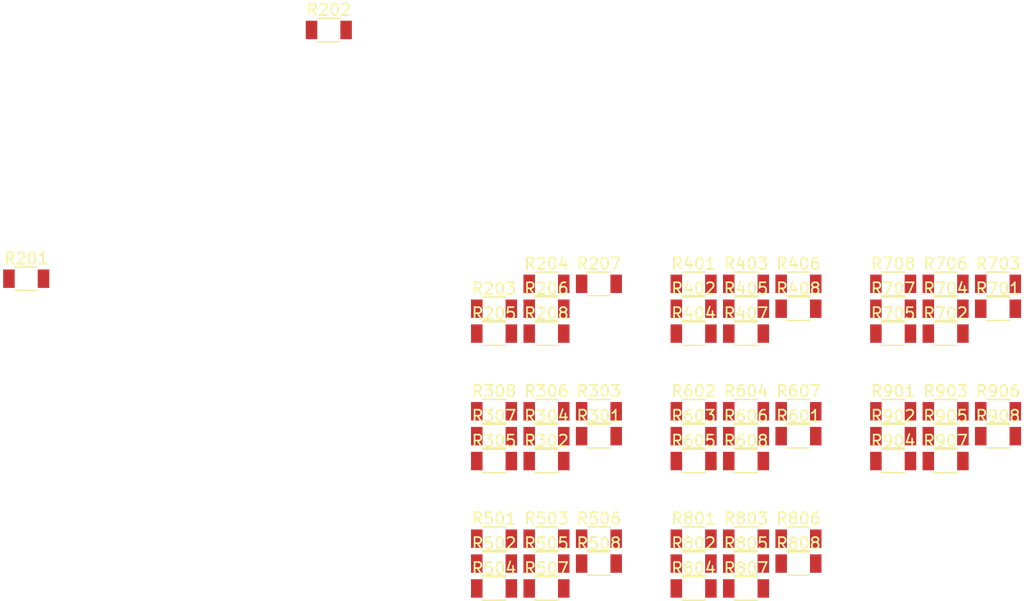
<source format=kicad_pcb>
(kicad_pcb (version 20171130) (host pcbnew "(5.1.0-rc1-32-gf83927859)")

  (general
    (thickness 1.6)
    (drawings 0)
    (tracks 0)
    (zones 0)
    (modules 64)
    (nets 129)
  )

  (page A4)
  (layers
    (0 F.Cu signal)
    (31 B.Cu signal)
    (32 B.Adhes user)
    (33 F.Adhes user)
    (34 B.Paste user)
    (35 F.Paste user)
    (36 B.SilkS user)
    (37 F.SilkS user)
    (38 B.Mask user)
    (39 F.Mask user)
    (40 Dwgs.User user)
    (41 Cmts.User user)
    (42 Eco1.User user)
    (43 Eco2.User user)
    (44 Edge.Cuts user)
    (45 Margin user)
    (46 B.CrtYd user)
    (47 F.CrtYd user)
    (48 B.Fab user)
    (49 F.Fab user)
  )

  (setup
    (last_trace_width 0.25)
    (trace_clearance 0.2)
    (zone_clearance 0.508)
    (zone_45_only no)
    (trace_min 0.2)
    (via_size 0.8)
    (via_drill 0.4)
    (via_min_size 0.4)
    (via_min_drill 0.3)
    (uvia_size 0.3)
    (uvia_drill 0.1)
    (uvias_allowed no)
    (uvia_min_size 0.2)
    (uvia_min_drill 0.1)
    (edge_width 0.15)
    (segment_width 0.2)
    (pcb_text_width 0.3)
    (pcb_text_size 1.5 1.5)
    (mod_edge_width 0.15)
    (mod_text_size 1 1)
    (mod_text_width 0.15)
    (pad_size 1.524 1.524)
    (pad_drill 0.762)
    (pad_to_mask_clearance 0.051)
    (solder_mask_min_width 0.25)
    (aux_axis_origin 0 0)
    (visible_elements 7FFFFFFF)
    (pcbplotparams
      (layerselection 0x010fc_ffffffff)
      (usegerberextensions false)
      (usegerberattributes false)
      (usegerberadvancedattributes false)
      (creategerberjobfile false)
      (excludeedgelayer true)
      (linewidth 0.100000)
      (plotframeref false)
      (viasonmask false)
      (mode 1)
      (useauxorigin false)
      (hpglpennumber 1)
      (hpglpenspeed 20)
      (hpglpendiameter 15.000000)
      (psnegative false)
      (psa4output false)
      (plotreference true)
      (plotvalue true)
      (plotinvisibletext false)
      (padsonsilk false)
      (subtractmaskfromsilk false)
      (outputformat 1)
      (mirror false)
      (drillshape 1)
      (scaleselection 1)
      (outputdirectory ""))
  )

  (net 0 "")
  (net 1 "Net-(R801-Pad1)")
  (net 2 "Net-(R801-Pad2)")
  (net 3 "Net-(R602-Pad2)")
  (net 4 "Net-(R602-Pad1)")
  (net 5 "Net-(R603-Pad1)")
  (net 6 "Net-(R603-Pad2)")
  (net 7 "Net-(R604-Pad2)")
  (net 8 "Net-(R604-Pad1)")
  (net 9 "Net-(R605-Pad1)")
  (net 10 "Net-(R605-Pad2)")
  (net 11 "Net-(R606-Pad2)")
  (net 12 "Net-(R606-Pad1)")
  (net 13 "Net-(R607-Pad1)")
  (net 14 "Net-(R607-Pad2)")
  (net 15 "Net-(R608-Pad2)")
  (net 16 "Net-(R608-Pad1)")
  (net 17 "Net-(R701-Pad1)")
  (net 18 "Net-(R701-Pad2)")
  (net 19 "Net-(R702-Pad2)")
  (net 20 "Net-(R702-Pad1)")
  (net 21 "Net-(R703-Pad1)")
  (net 22 "Net-(R703-Pad2)")
  (net 23 "Net-(R704-Pad2)")
  (net 24 "Net-(R704-Pad1)")
  (net 25 "Net-(R705-Pad1)")
  (net 26 "Net-(R705-Pad2)")
  (net 27 "Net-(R706-Pad2)")
  (net 28 "Net-(R706-Pad1)")
  (net 29 "Net-(R707-Pad1)")
  (net 30 "Net-(R707-Pad2)")
  (net 31 "Net-(R708-Pad2)")
  (net 32 "Net-(R708-Pad1)")
  (net 33 "Net-(R601-Pad1)")
  (net 34 "Net-(R601-Pad2)")
  (net 35 "Net-(R802-Pad2)")
  (net 36 "Net-(R802-Pad1)")
  (net 37 "Net-(R803-Pad1)")
  (net 38 "Net-(R803-Pad2)")
  (net 39 "Net-(R804-Pad2)")
  (net 40 "Net-(R804-Pad1)")
  (net 41 "Net-(R805-Pad1)")
  (net 42 "Net-(R805-Pad2)")
  (net 43 "Net-(R806-Pad2)")
  (net 44 "Net-(R806-Pad1)")
  (net 45 "Net-(R807-Pad1)")
  (net 46 "Net-(R807-Pad2)")
  (net 47 "Net-(R808-Pad2)")
  (net 48 "Net-(R808-Pad1)")
  (net 49 "Net-(R901-Pad1)")
  (net 50 "Net-(R901-Pad2)")
  (net 51 "Net-(R902-Pad2)")
  (net 52 "Net-(R902-Pad1)")
  (net 53 "Net-(R903-Pad1)")
  (net 54 "Net-(R903-Pad2)")
  (net 55 "Net-(R904-Pad2)")
  (net 56 "Net-(R904-Pad1)")
  (net 57 "Net-(R905-Pad1)")
  (net 58 "Net-(R905-Pad2)")
  (net 59 "Net-(R906-Pad2)")
  (net 60 "Net-(R906-Pad1)")
  (net 61 "Net-(R907-Pad1)")
  (net 62 "Net-(R907-Pad2)")
  (net 63 "Net-(R908-Pad2)")
  (net 64 "Net-(R908-Pad1)")
  (net 65 "Net-(R401-Pad1)")
  (net 66 "Net-(R401-Pad2)")
  (net 67 "Net-(R202-Pad2)")
  (net 68 "Net-(R202-Pad1)")
  (net 69 "Net-(R203-Pad1)")
  (net 70 "Net-(R203-Pad2)")
  (net 71 "Net-(R204-Pad2)")
  (net 72 "Net-(R204-Pad1)")
  (net 73 "Net-(R205-Pad1)")
  (net 74 "Net-(R205-Pad2)")
  (net 75 "Net-(R206-Pad2)")
  (net 76 "Net-(R206-Pad1)")
  (net 77 "Net-(R207-Pad1)")
  (net 78 "Net-(R207-Pad2)")
  (net 79 "Net-(R208-Pad2)")
  (net 80 "Net-(R208-Pad1)")
  (net 81 "Net-(R301-Pad1)")
  (net 82 "Net-(R301-Pad2)")
  (net 83 "Net-(R302-Pad2)")
  (net 84 "Net-(R302-Pad1)")
  (net 85 "Net-(R303-Pad1)")
  (net 86 "Net-(R303-Pad2)")
  (net 87 "Net-(R304-Pad2)")
  (net 88 "Net-(R304-Pad1)")
  (net 89 "Net-(R305-Pad1)")
  (net 90 "Net-(R305-Pad2)")
  (net 91 "Net-(R306-Pad2)")
  (net 92 "Net-(R306-Pad1)")
  (net 93 "Net-(R307-Pad1)")
  (net 94 "Net-(R307-Pad2)")
  (net 95 "Net-(R308-Pad2)")
  (net 96 "Net-(R308-Pad1)")
  (net 97 "Net-(R201-Pad1)")
  (net 98 "Net-(R201-Pad2)")
  (net 99 "Net-(R402-Pad2)")
  (net 100 "Net-(R402-Pad1)")
  (net 101 "Net-(R403-Pad1)")
  (net 102 "Net-(R403-Pad2)")
  (net 103 "Net-(R404-Pad2)")
  (net 104 "Net-(R404-Pad1)")
  (net 105 "Net-(R405-Pad1)")
  (net 106 "Net-(R405-Pad2)")
  (net 107 "Net-(R406-Pad2)")
  (net 108 "Net-(R406-Pad1)")
  (net 109 "Net-(R407-Pad1)")
  (net 110 "Net-(R407-Pad2)")
  (net 111 "Net-(R408-Pad2)")
  (net 112 "Net-(R408-Pad1)")
  (net 113 "Net-(R501-Pad1)")
  (net 114 "Net-(R501-Pad2)")
  (net 115 "Net-(R502-Pad2)")
  (net 116 "Net-(R502-Pad1)")
  (net 117 "Net-(R503-Pad1)")
  (net 118 "Net-(R503-Pad2)")
  (net 119 "Net-(R504-Pad2)")
  (net 120 "Net-(R504-Pad1)")
  (net 121 "Net-(R505-Pad1)")
  (net 122 "Net-(R505-Pad2)")
  (net 123 "Net-(R506-Pad2)")
  (net 124 "Net-(R506-Pad1)")
  (net 125 "Net-(R507-Pad1)")
  (net 126 "Net-(R507-Pad2)")
  (net 127 "Net-(R508-Pad2)")
  (net 128 "Net-(R508-Pad1)")

  (net_class Default "This is the default net class."
    (clearance 0.2)
    (trace_width 0.25)
    (via_dia 0.8)
    (via_drill 0.4)
    (uvia_dia 0.3)
    (uvia_drill 0.1)
    (add_net "Net-(R201-Pad1)")
    (add_net "Net-(R201-Pad2)")
    (add_net "Net-(R202-Pad1)")
    (add_net "Net-(R202-Pad2)")
    (add_net "Net-(R203-Pad1)")
    (add_net "Net-(R203-Pad2)")
    (add_net "Net-(R204-Pad1)")
    (add_net "Net-(R204-Pad2)")
    (add_net "Net-(R205-Pad1)")
    (add_net "Net-(R205-Pad2)")
    (add_net "Net-(R206-Pad1)")
    (add_net "Net-(R206-Pad2)")
    (add_net "Net-(R207-Pad1)")
    (add_net "Net-(R207-Pad2)")
    (add_net "Net-(R208-Pad1)")
    (add_net "Net-(R208-Pad2)")
    (add_net "Net-(R301-Pad1)")
    (add_net "Net-(R301-Pad2)")
    (add_net "Net-(R302-Pad1)")
    (add_net "Net-(R302-Pad2)")
    (add_net "Net-(R303-Pad1)")
    (add_net "Net-(R303-Pad2)")
    (add_net "Net-(R304-Pad1)")
    (add_net "Net-(R304-Pad2)")
    (add_net "Net-(R305-Pad1)")
    (add_net "Net-(R305-Pad2)")
    (add_net "Net-(R306-Pad1)")
    (add_net "Net-(R306-Pad2)")
    (add_net "Net-(R307-Pad1)")
    (add_net "Net-(R307-Pad2)")
    (add_net "Net-(R308-Pad1)")
    (add_net "Net-(R308-Pad2)")
    (add_net "Net-(R401-Pad1)")
    (add_net "Net-(R401-Pad2)")
    (add_net "Net-(R402-Pad1)")
    (add_net "Net-(R402-Pad2)")
    (add_net "Net-(R403-Pad1)")
    (add_net "Net-(R403-Pad2)")
    (add_net "Net-(R404-Pad1)")
    (add_net "Net-(R404-Pad2)")
    (add_net "Net-(R405-Pad1)")
    (add_net "Net-(R405-Pad2)")
    (add_net "Net-(R406-Pad1)")
    (add_net "Net-(R406-Pad2)")
    (add_net "Net-(R407-Pad1)")
    (add_net "Net-(R407-Pad2)")
    (add_net "Net-(R408-Pad1)")
    (add_net "Net-(R408-Pad2)")
    (add_net "Net-(R501-Pad1)")
    (add_net "Net-(R501-Pad2)")
    (add_net "Net-(R502-Pad1)")
    (add_net "Net-(R502-Pad2)")
    (add_net "Net-(R503-Pad1)")
    (add_net "Net-(R503-Pad2)")
    (add_net "Net-(R504-Pad1)")
    (add_net "Net-(R504-Pad2)")
    (add_net "Net-(R505-Pad1)")
    (add_net "Net-(R505-Pad2)")
    (add_net "Net-(R506-Pad1)")
    (add_net "Net-(R506-Pad2)")
    (add_net "Net-(R507-Pad1)")
    (add_net "Net-(R507-Pad2)")
    (add_net "Net-(R508-Pad1)")
    (add_net "Net-(R508-Pad2)")
    (add_net "Net-(R601-Pad1)")
    (add_net "Net-(R601-Pad2)")
    (add_net "Net-(R602-Pad1)")
    (add_net "Net-(R602-Pad2)")
    (add_net "Net-(R603-Pad1)")
    (add_net "Net-(R603-Pad2)")
    (add_net "Net-(R604-Pad1)")
    (add_net "Net-(R604-Pad2)")
    (add_net "Net-(R605-Pad1)")
    (add_net "Net-(R605-Pad2)")
    (add_net "Net-(R606-Pad1)")
    (add_net "Net-(R606-Pad2)")
    (add_net "Net-(R607-Pad1)")
    (add_net "Net-(R607-Pad2)")
    (add_net "Net-(R608-Pad1)")
    (add_net "Net-(R608-Pad2)")
    (add_net "Net-(R701-Pad1)")
    (add_net "Net-(R701-Pad2)")
    (add_net "Net-(R702-Pad1)")
    (add_net "Net-(R702-Pad2)")
    (add_net "Net-(R703-Pad1)")
    (add_net "Net-(R703-Pad2)")
    (add_net "Net-(R704-Pad1)")
    (add_net "Net-(R704-Pad2)")
    (add_net "Net-(R705-Pad1)")
    (add_net "Net-(R705-Pad2)")
    (add_net "Net-(R706-Pad1)")
    (add_net "Net-(R706-Pad2)")
    (add_net "Net-(R707-Pad1)")
    (add_net "Net-(R707-Pad2)")
    (add_net "Net-(R708-Pad1)")
    (add_net "Net-(R708-Pad2)")
    (add_net "Net-(R801-Pad1)")
    (add_net "Net-(R801-Pad2)")
    (add_net "Net-(R802-Pad1)")
    (add_net "Net-(R802-Pad2)")
    (add_net "Net-(R803-Pad1)")
    (add_net "Net-(R803-Pad2)")
    (add_net "Net-(R804-Pad1)")
    (add_net "Net-(R804-Pad2)")
    (add_net "Net-(R805-Pad1)")
    (add_net "Net-(R805-Pad2)")
    (add_net "Net-(R806-Pad1)")
    (add_net "Net-(R806-Pad2)")
    (add_net "Net-(R807-Pad1)")
    (add_net "Net-(R807-Pad2)")
    (add_net "Net-(R808-Pad1)")
    (add_net "Net-(R808-Pad2)")
    (add_net "Net-(R901-Pad1)")
    (add_net "Net-(R901-Pad2)")
    (add_net "Net-(R902-Pad1)")
    (add_net "Net-(R902-Pad2)")
    (add_net "Net-(R903-Pad1)")
    (add_net "Net-(R903-Pad2)")
    (add_net "Net-(R904-Pad1)")
    (add_net "Net-(R904-Pad2)")
    (add_net "Net-(R905-Pad1)")
    (add_net "Net-(R905-Pad2)")
    (add_net "Net-(R906-Pad1)")
    (add_net "Net-(R906-Pad2)")
    (add_net "Net-(R907-Pad1)")
    (add_net "Net-(R907-Pad2)")
    (add_net "Net-(R908-Pad1)")
    (add_net "Net-(R908-Pad2)")
  )

  (module Passives:R1206M (layer F.Cu) (tedit 5A956603) (tstamp 5C741CD0)
    (at 107.260001 93.305001)
    (descr "Capacitor SMD 1206, reflow soldering, AVX (see smccp.pdf)")
    (tags "capacitor 1206")
    (path /5C66F732/5C66F921)
    (attr smd)
    (fp_text reference R508 (at 0 -1.75) (layer F.SilkS)
      (effects (font (size 1 1) (thickness 0.15)))
    )
    (fp_text value 1k (at 0 2) (layer F.Fab) hide
      (effects (font (size 1 1) (thickness 0.15)))
    )
    (fp_line (start 2.25 1.05) (end -2.25 1.05) (layer F.CrtYd) (width 0.05))
    (fp_line (start 2.25 1.05) (end 2.25 -1.05) (layer F.CrtYd) (width 0.05))
    (fp_line (start -2.25 -1.05) (end -2.25 1.05) (layer F.CrtYd) (width 0.05))
    (fp_line (start -2.25 -1.05) (end 2.25 -1.05) (layer F.CrtYd) (width 0.05))
    (fp_line (start -1 1.02) (end 1 1.02) (layer F.SilkS) (width 0.12))
    (fp_line (start 1 -1.02) (end -1 -1.02) (layer F.SilkS) (width 0.12))
    (fp_line (start -1.6 -0.8) (end 1.6 -0.8) (layer F.Fab) (width 0.1))
    (fp_line (start 1.6 -0.8) (end 1.6 0.8) (layer F.Fab) (width 0.1))
    (fp_line (start 1.6 0.8) (end -1.6 0.8) (layer F.Fab) (width 0.1))
    (fp_line (start -1.6 0.8) (end -1.6 -0.8) (layer F.Fab) (width 0.1))
    (fp_text user %R (at 0 0) (layer F.Fab)
      (effects (font (size 0.5 0.5) (thickness 0.07)))
    )
    (pad 2 smd rect (at 1.5 0) (size 1 1.6) (layers F.Cu F.Paste F.Mask)
      (net 127 "Net-(R508-Pad2)"))
    (pad 1 smd rect (at -1.5 0) (size 1 1.6) (layers F.Cu F.Paste F.Mask)
      (net 128 "Net-(R508-Pad1)"))
    (model ${KISYS3DMOD}/Resistor_SMD.3dshapes/R_1206_3216Metric.wrl
      (at (xyz 0 0 0))
      (scale (xyz 1 1 1))
      (rotate (xyz 0 0 0))
    )
  )

  (module Passives:R1206M (layer F.Cu) (tedit 5A956603) (tstamp 5C741CBF)
    (at 102.710001 95.465001)
    (descr "Capacitor SMD 1206, reflow soldering, AVX (see smccp.pdf)")
    (tags "capacitor 1206")
    (path /5C66F732/5C66F8FB)
    (attr smd)
    (fp_text reference R507 (at 0 -1.75) (layer F.SilkS)
      (effects (font (size 1 1) (thickness 0.15)))
    )
    (fp_text value 1k (at 0 2) (layer F.Fab) hide
      (effects (font (size 1 1) (thickness 0.15)))
    )
    (fp_text user %R (at 0 0) (layer F.Fab)
      (effects (font (size 0.5 0.5) (thickness 0.07)))
    )
    (fp_line (start -1.6 0.8) (end -1.6 -0.8) (layer F.Fab) (width 0.1))
    (fp_line (start 1.6 0.8) (end -1.6 0.8) (layer F.Fab) (width 0.1))
    (fp_line (start 1.6 -0.8) (end 1.6 0.8) (layer F.Fab) (width 0.1))
    (fp_line (start -1.6 -0.8) (end 1.6 -0.8) (layer F.Fab) (width 0.1))
    (fp_line (start 1 -1.02) (end -1 -1.02) (layer F.SilkS) (width 0.12))
    (fp_line (start -1 1.02) (end 1 1.02) (layer F.SilkS) (width 0.12))
    (fp_line (start -2.25 -1.05) (end 2.25 -1.05) (layer F.CrtYd) (width 0.05))
    (fp_line (start -2.25 -1.05) (end -2.25 1.05) (layer F.CrtYd) (width 0.05))
    (fp_line (start 2.25 1.05) (end 2.25 -1.05) (layer F.CrtYd) (width 0.05))
    (fp_line (start 2.25 1.05) (end -2.25 1.05) (layer F.CrtYd) (width 0.05))
    (pad 1 smd rect (at -1.5 0) (size 1 1.6) (layers F.Cu F.Paste F.Mask)
      (net 125 "Net-(R507-Pad1)"))
    (pad 2 smd rect (at 1.5 0) (size 1 1.6) (layers F.Cu F.Paste F.Mask)
      (net 126 "Net-(R507-Pad2)"))
    (model ${KISYS3DMOD}/Resistor_SMD.3dshapes/R_1206_3216Metric.wrl
      (at (xyz 0 0 0))
      (scale (xyz 1 1 1))
      (rotate (xyz 0 0 0))
    )
  )

  (module Passives:R1206M (layer F.Cu) (tedit 5A956603) (tstamp 5C741CAE)
    (at 107.260001 91.145001)
    (descr "Capacitor SMD 1206, reflow soldering, AVX (see smccp.pdf)")
    (tags "capacitor 1206")
    (path /5C66F732/5C66F8D7)
    (attr smd)
    (fp_text reference R506 (at 0 -1.75) (layer F.SilkS)
      (effects (font (size 1 1) (thickness 0.15)))
    )
    (fp_text value 1k (at 0 2) (layer F.Fab) hide
      (effects (font (size 1 1) (thickness 0.15)))
    )
    (fp_line (start 2.25 1.05) (end -2.25 1.05) (layer F.CrtYd) (width 0.05))
    (fp_line (start 2.25 1.05) (end 2.25 -1.05) (layer F.CrtYd) (width 0.05))
    (fp_line (start -2.25 -1.05) (end -2.25 1.05) (layer F.CrtYd) (width 0.05))
    (fp_line (start -2.25 -1.05) (end 2.25 -1.05) (layer F.CrtYd) (width 0.05))
    (fp_line (start -1 1.02) (end 1 1.02) (layer F.SilkS) (width 0.12))
    (fp_line (start 1 -1.02) (end -1 -1.02) (layer F.SilkS) (width 0.12))
    (fp_line (start -1.6 -0.8) (end 1.6 -0.8) (layer F.Fab) (width 0.1))
    (fp_line (start 1.6 -0.8) (end 1.6 0.8) (layer F.Fab) (width 0.1))
    (fp_line (start 1.6 0.8) (end -1.6 0.8) (layer F.Fab) (width 0.1))
    (fp_line (start -1.6 0.8) (end -1.6 -0.8) (layer F.Fab) (width 0.1))
    (fp_text user %R (at 0 0) (layer F.Fab)
      (effects (font (size 0.5 0.5) (thickness 0.07)))
    )
    (pad 2 smd rect (at 1.5 0) (size 1 1.6) (layers F.Cu F.Paste F.Mask)
      (net 123 "Net-(R506-Pad2)"))
    (pad 1 smd rect (at -1.5 0) (size 1 1.6) (layers F.Cu F.Paste F.Mask)
      (net 124 "Net-(R506-Pad1)"))
    (model ${KISYS3DMOD}/Resistor_SMD.3dshapes/R_1206_3216Metric.wrl
      (at (xyz 0 0 0))
      (scale (xyz 1 1 1))
      (rotate (xyz 0 0 0))
    )
  )

  (module Passives:R1206M (layer F.Cu) (tedit 5A956603) (tstamp 5C741C9D)
    (at 102.710001 93.305001)
    (descr "Capacitor SMD 1206, reflow soldering, AVX (see smccp.pdf)")
    (tags "capacitor 1206")
    (path /5C66F732/5C66F897)
    (attr smd)
    (fp_text reference R505 (at 0 -1.75) (layer F.SilkS)
      (effects (font (size 1 1) (thickness 0.15)))
    )
    (fp_text value 1k (at 0 2) (layer F.Fab) hide
      (effects (font (size 1 1) (thickness 0.15)))
    )
    (fp_text user %R (at 0 0) (layer F.Fab)
      (effects (font (size 0.5 0.5) (thickness 0.07)))
    )
    (fp_line (start -1.6 0.8) (end -1.6 -0.8) (layer F.Fab) (width 0.1))
    (fp_line (start 1.6 0.8) (end -1.6 0.8) (layer F.Fab) (width 0.1))
    (fp_line (start 1.6 -0.8) (end 1.6 0.8) (layer F.Fab) (width 0.1))
    (fp_line (start -1.6 -0.8) (end 1.6 -0.8) (layer F.Fab) (width 0.1))
    (fp_line (start 1 -1.02) (end -1 -1.02) (layer F.SilkS) (width 0.12))
    (fp_line (start -1 1.02) (end 1 1.02) (layer F.SilkS) (width 0.12))
    (fp_line (start -2.25 -1.05) (end 2.25 -1.05) (layer F.CrtYd) (width 0.05))
    (fp_line (start -2.25 -1.05) (end -2.25 1.05) (layer F.CrtYd) (width 0.05))
    (fp_line (start 2.25 1.05) (end 2.25 -1.05) (layer F.CrtYd) (width 0.05))
    (fp_line (start 2.25 1.05) (end -2.25 1.05) (layer F.CrtYd) (width 0.05))
    (pad 1 smd rect (at -1.5 0) (size 1 1.6) (layers F.Cu F.Paste F.Mask)
      (net 121 "Net-(R505-Pad1)"))
    (pad 2 smd rect (at 1.5 0) (size 1 1.6) (layers F.Cu F.Paste F.Mask)
      (net 122 "Net-(R505-Pad2)"))
    (model ${KISYS3DMOD}/Resistor_SMD.3dshapes/R_1206_3216Metric.wrl
      (at (xyz 0 0 0))
      (scale (xyz 1 1 1))
      (rotate (xyz 0 0 0))
    )
  )

  (module Passives:R1206M (layer F.Cu) (tedit 5A956603) (tstamp 5C741C8C)
    (at 98.160001 95.465001)
    (descr "Capacitor SMD 1206, reflow soldering, AVX (see smccp.pdf)")
    (tags "capacitor 1206")
    (path /5C66F732/5C66F87B)
    (attr smd)
    (fp_text reference R504 (at 0 -1.75) (layer F.SilkS)
      (effects (font (size 1 1) (thickness 0.15)))
    )
    (fp_text value 1k (at 0 2) (layer F.Fab) hide
      (effects (font (size 1 1) (thickness 0.15)))
    )
    (fp_line (start 2.25 1.05) (end -2.25 1.05) (layer F.CrtYd) (width 0.05))
    (fp_line (start 2.25 1.05) (end 2.25 -1.05) (layer F.CrtYd) (width 0.05))
    (fp_line (start -2.25 -1.05) (end -2.25 1.05) (layer F.CrtYd) (width 0.05))
    (fp_line (start -2.25 -1.05) (end 2.25 -1.05) (layer F.CrtYd) (width 0.05))
    (fp_line (start -1 1.02) (end 1 1.02) (layer F.SilkS) (width 0.12))
    (fp_line (start 1 -1.02) (end -1 -1.02) (layer F.SilkS) (width 0.12))
    (fp_line (start -1.6 -0.8) (end 1.6 -0.8) (layer F.Fab) (width 0.1))
    (fp_line (start 1.6 -0.8) (end 1.6 0.8) (layer F.Fab) (width 0.1))
    (fp_line (start 1.6 0.8) (end -1.6 0.8) (layer F.Fab) (width 0.1))
    (fp_line (start -1.6 0.8) (end -1.6 -0.8) (layer F.Fab) (width 0.1))
    (fp_text user %R (at 0 0) (layer F.Fab)
      (effects (font (size 0.5 0.5) (thickness 0.07)))
    )
    (pad 2 smd rect (at 1.5 0) (size 1 1.6) (layers F.Cu F.Paste F.Mask)
      (net 119 "Net-(R504-Pad2)"))
    (pad 1 smd rect (at -1.5 0) (size 1 1.6) (layers F.Cu F.Paste F.Mask)
      (net 120 "Net-(R504-Pad1)"))
    (model ${KISYS3DMOD}/Resistor_SMD.3dshapes/R_1206_3216Metric.wrl
      (at (xyz 0 0 0))
      (scale (xyz 1 1 1))
      (rotate (xyz 0 0 0))
    )
  )

  (module Passives:R1206M (layer F.Cu) (tedit 5A956603) (tstamp 5C741C7B)
    (at 102.710001 91.145001)
    (descr "Capacitor SMD 1206, reflow soldering, AVX (see smccp.pdf)")
    (tags "capacitor 1206")
    (path /5C66F732/5C66F85D)
    (attr smd)
    (fp_text reference R503 (at 0 -1.75) (layer F.SilkS)
      (effects (font (size 1 1) (thickness 0.15)))
    )
    (fp_text value 1k (at 0 2) (layer F.Fab) hide
      (effects (font (size 1 1) (thickness 0.15)))
    )
    (fp_text user %R (at 0 0) (layer F.Fab)
      (effects (font (size 0.5 0.5) (thickness 0.07)))
    )
    (fp_line (start -1.6 0.8) (end -1.6 -0.8) (layer F.Fab) (width 0.1))
    (fp_line (start 1.6 0.8) (end -1.6 0.8) (layer F.Fab) (width 0.1))
    (fp_line (start 1.6 -0.8) (end 1.6 0.8) (layer F.Fab) (width 0.1))
    (fp_line (start -1.6 -0.8) (end 1.6 -0.8) (layer F.Fab) (width 0.1))
    (fp_line (start 1 -1.02) (end -1 -1.02) (layer F.SilkS) (width 0.12))
    (fp_line (start -1 1.02) (end 1 1.02) (layer F.SilkS) (width 0.12))
    (fp_line (start -2.25 -1.05) (end 2.25 -1.05) (layer F.CrtYd) (width 0.05))
    (fp_line (start -2.25 -1.05) (end -2.25 1.05) (layer F.CrtYd) (width 0.05))
    (fp_line (start 2.25 1.05) (end 2.25 -1.05) (layer F.CrtYd) (width 0.05))
    (fp_line (start 2.25 1.05) (end -2.25 1.05) (layer F.CrtYd) (width 0.05))
    (pad 1 smd rect (at -1.5 0) (size 1 1.6) (layers F.Cu F.Paste F.Mask)
      (net 117 "Net-(R503-Pad1)"))
    (pad 2 smd rect (at 1.5 0) (size 1 1.6) (layers F.Cu F.Paste F.Mask)
      (net 118 "Net-(R503-Pad2)"))
    (model ${KISYS3DMOD}/Resistor_SMD.3dshapes/R_1206_3216Metric.wrl
      (at (xyz 0 0 0))
      (scale (xyz 1 1 1))
      (rotate (xyz 0 0 0))
    )
  )

  (module Passives:R1206M (layer F.Cu) (tedit 5A956603) (tstamp 5C741C6A)
    (at 98.160001 93.305001)
    (descr "Capacitor SMD 1206, reflow soldering, AVX (see smccp.pdf)")
    (tags "capacitor 1206")
    (path /5C66F732/5C66F845)
    (attr smd)
    (fp_text reference R502 (at 0 -1.75) (layer F.SilkS)
      (effects (font (size 1 1) (thickness 0.15)))
    )
    (fp_text value 1k (at 0 2) (layer F.Fab) hide
      (effects (font (size 1 1) (thickness 0.15)))
    )
    (fp_line (start 2.25 1.05) (end -2.25 1.05) (layer F.CrtYd) (width 0.05))
    (fp_line (start 2.25 1.05) (end 2.25 -1.05) (layer F.CrtYd) (width 0.05))
    (fp_line (start -2.25 -1.05) (end -2.25 1.05) (layer F.CrtYd) (width 0.05))
    (fp_line (start -2.25 -1.05) (end 2.25 -1.05) (layer F.CrtYd) (width 0.05))
    (fp_line (start -1 1.02) (end 1 1.02) (layer F.SilkS) (width 0.12))
    (fp_line (start 1 -1.02) (end -1 -1.02) (layer F.SilkS) (width 0.12))
    (fp_line (start -1.6 -0.8) (end 1.6 -0.8) (layer F.Fab) (width 0.1))
    (fp_line (start 1.6 -0.8) (end 1.6 0.8) (layer F.Fab) (width 0.1))
    (fp_line (start 1.6 0.8) (end -1.6 0.8) (layer F.Fab) (width 0.1))
    (fp_line (start -1.6 0.8) (end -1.6 -0.8) (layer F.Fab) (width 0.1))
    (fp_text user %R (at 0 0) (layer F.Fab)
      (effects (font (size 0.5 0.5) (thickness 0.07)))
    )
    (pad 2 smd rect (at 1.5 0) (size 1 1.6) (layers F.Cu F.Paste F.Mask)
      (net 115 "Net-(R502-Pad2)"))
    (pad 1 smd rect (at -1.5 0) (size 1 1.6) (layers F.Cu F.Paste F.Mask)
      (net 116 "Net-(R502-Pad1)"))
    (model ${KISYS3DMOD}/Resistor_SMD.3dshapes/R_1206_3216Metric.wrl
      (at (xyz 0 0 0))
      (scale (xyz 1 1 1))
      (rotate (xyz 0 0 0))
    )
  )

  (module Passives:R1206M (layer F.Cu) (tedit 5A956603) (tstamp 5C741C59)
    (at 98.160001 91.145001)
    (descr "Capacitor SMD 1206, reflow soldering, AVX (see smccp.pdf)")
    (tags "capacitor 1206")
    (path /5C66F732/5C66F7B3)
    (attr smd)
    (fp_text reference R501 (at 0 -1.75) (layer F.SilkS)
      (effects (font (size 1 1) (thickness 0.15)))
    )
    (fp_text value 1k (at 0 2) (layer F.Fab) hide
      (effects (font (size 1 1) (thickness 0.15)))
    )
    (fp_text user %R (at 0 0) (layer F.Fab)
      (effects (font (size 0.5 0.5) (thickness 0.07)))
    )
    (fp_line (start -1.6 0.8) (end -1.6 -0.8) (layer F.Fab) (width 0.1))
    (fp_line (start 1.6 0.8) (end -1.6 0.8) (layer F.Fab) (width 0.1))
    (fp_line (start 1.6 -0.8) (end 1.6 0.8) (layer F.Fab) (width 0.1))
    (fp_line (start -1.6 -0.8) (end 1.6 -0.8) (layer F.Fab) (width 0.1))
    (fp_line (start 1 -1.02) (end -1 -1.02) (layer F.SilkS) (width 0.12))
    (fp_line (start -1 1.02) (end 1 1.02) (layer F.SilkS) (width 0.12))
    (fp_line (start -2.25 -1.05) (end 2.25 -1.05) (layer F.CrtYd) (width 0.05))
    (fp_line (start -2.25 -1.05) (end -2.25 1.05) (layer F.CrtYd) (width 0.05))
    (fp_line (start 2.25 1.05) (end 2.25 -1.05) (layer F.CrtYd) (width 0.05))
    (fp_line (start 2.25 1.05) (end -2.25 1.05) (layer F.CrtYd) (width 0.05))
    (pad 1 smd rect (at -1.5 0) (size 1 1.6) (layers F.Cu F.Paste F.Mask)
      (net 113 "Net-(R501-Pad1)"))
    (pad 2 smd rect (at 1.5 0) (size 1 1.6) (layers F.Cu F.Paste F.Mask)
      (net 114 "Net-(R501-Pad2)"))
    (model ${KISYS3DMOD}/Resistor_SMD.3dshapes/R_1206_3216Metric.wrl
      (at (xyz 0 0 0))
      (scale (xyz 1 1 1))
      (rotate (xyz 0 0 0))
    )
  )

  (module Passives:R1206M (layer F.Cu) (tedit 5A956603) (tstamp 5C741C48)
    (at 124.580001 71.185001)
    (descr "Capacitor SMD 1206, reflow soldering, AVX (see smccp.pdf)")
    (tags "capacitor 1206")
    (path /5C66F730/5C66F921)
    (attr smd)
    (fp_text reference R408 (at 0 -1.75) (layer F.SilkS)
      (effects (font (size 1 1) (thickness 0.15)))
    )
    (fp_text value 1k (at 0 2) (layer F.Fab) hide
      (effects (font (size 1 1) (thickness 0.15)))
    )
    (fp_line (start 2.25 1.05) (end -2.25 1.05) (layer F.CrtYd) (width 0.05))
    (fp_line (start 2.25 1.05) (end 2.25 -1.05) (layer F.CrtYd) (width 0.05))
    (fp_line (start -2.25 -1.05) (end -2.25 1.05) (layer F.CrtYd) (width 0.05))
    (fp_line (start -2.25 -1.05) (end 2.25 -1.05) (layer F.CrtYd) (width 0.05))
    (fp_line (start -1 1.02) (end 1 1.02) (layer F.SilkS) (width 0.12))
    (fp_line (start 1 -1.02) (end -1 -1.02) (layer F.SilkS) (width 0.12))
    (fp_line (start -1.6 -0.8) (end 1.6 -0.8) (layer F.Fab) (width 0.1))
    (fp_line (start 1.6 -0.8) (end 1.6 0.8) (layer F.Fab) (width 0.1))
    (fp_line (start 1.6 0.8) (end -1.6 0.8) (layer F.Fab) (width 0.1))
    (fp_line (start -1.6 0.8) (end -1.6 -0.8) (layer F.Fab) (width 0.1))
    (fp_text user %R (at 0 0) (layer F.Fab)
      (effects (font (size 0.5 0.5) (thickness 0.07)))
    )
    (pad 2 smd rect (at 1.5 0) (size 1 1.6) (layers F.Cu F.Paste F.Mask)
      (net 111 "Net-(R408-Pad2)"))
    (pad 1 smd rect (at -1.5 0) (size 1 1.6) (layers F.Cu F.Paste F.Mask)
      (net 112 "Net-(R408-Pad1)"))
    (model ${KISYS3DMOD}/Resistor_SMD.3dshapes/R_1206_3216Metric.wrl
      (at (xyz 0 0 0))
      (scale (xyz 1 1 1))
      (rotate (xyz 0 0 0))
    )
  )

  (module Passives:R1206M (layer F.Cu) (tedit 5A956603) (tstamp 5C741C37)
    (at 120.030001 73.345001)
    (descr "Capacitor SMD 1206, reflow soldering, AVX (see smccp.pdf)")
    (tags "capacitor 1206")
    (path /5C66F730/5C66F8FB)
    (attr smd)
    (fp_text reference R407 (at 0 -1.75) (layer F.SilkS)
      (effects (font (size 1 1) (thickness 0.15)))
    )
    (fp_text value 1k (at 0 2) (layer F.Fab) hide
      (effects (font (size 1 1) (thickness 0.15)))
    )
    (fp_text user %R (at 0 0) (layer F.Fab)
      (effects (font (size 0.5 0.5) (thickness 0.07)))
    )
    (fp_line (start -1.6 0.8) (end -1.6 -0.8) (layer F.Fab) (width 0.1))
    (fp_line (start 1.6 0.8) (end -1.6 0.8) (layer F.Fab) (width 0.1))
    (fp_line (start 1.6 -0.8) (end 1.6 0.8) (layer F.Fab) (width 0.1))
    (fp_line (start -1.6 -0.8) (end 1.6 -0.8) (layer F.Fab) (width 0.1))
    (fp_line (start 1 -1.02) (end -1 -1.02) (layer F.SilkS) (width 0.12))
    (fp_line (start -1 1.02) (end 1 1.02) (layer F.SilkS) (width 0.12))
    (fp_line (start -2.25 -1.05) (end 2.25 -1.05) (layer F.CrtYd) (width 0.05))
    (fp_line (start -2.25 -1.05) (end -2.25 1.05) (layer F.CrtYd) (width 0.05))
    (fp_line (start 2.25 1.05) (end 2.25 -1.05) (layer F.CrtYd) (width 0.05))
    (fp_line (start 2.25 1.05) (end -2.25 1.05) (layer F.CrtYd) (width 0.05))
    (pad 1 smd rect (at -1.5 0) (size 1 1.6) (layers F.Cu F.Paste F.Mask)
      (net 109 "Net-(R407-Pad1)"))
    (pad 2 smd rect (at 1.5 0) (size 1 1.6) (layers F.Cu F.Paste F.Mask)
      (net 110 "Net-(R407-Pad2)"))
    (model ${KISYS3DMOD}/Resistor_SMD.3dshapes/R_1206_3216Metric.wrl
      (at (xyz 0 0 0))
      (scale (xyz 1 1 1))
      (rotate (xyz 0 0 0))
    )
  )

  (module Passives:R1206M (layer F.Cu) (tedit 5A956603) (tstamp 5C741C26)
    (at 124.580001 69.025001)
    (descr "Capacitor SMD 1206, reflow soldering, AVX (see smccp.pdf)")
    (tags "capacitor 1206")
    (path /5C66F730/5C66F8D7)
    (attr smd)
    (fp_text reference R406 (at 0 -1.75) (layer F.SilkS)
      (effects (font (size 1 1) (thickness 0.15)))
    )
    (fp_text value 1k (at 0 2) (layer F.Fab) hide
      (effects (font (size 1 1) (thickness 0.15)))
    )
    (fp_line (start 2.25 1.05) (end -2.25 1.05) (layer F.CrtYd) (width 0.05))
    (fp_line (start 2.25 1.05) (end 2.25 -1.05) (layer F.CrtYd) (width 0.05))
    (fp_line (start -2.25 -1.05) (end -2.25 1.05) (layer F.CrtYd) (width 0.05))
    (fp_line (start -2.25 -1.05) (end 2.25 -1.05) (layer F.CrtYd) (width 0.05))
    (fp_line (start -1 1.02) (end 1 1.02) (layer F.SilkS) (width 0.12))
    (fp_line (start 1 -1.02) (end -1 -1.02) (layer F.SilkS) (width 0.12))
    (fp_line (start -1.6 -0.8) (end 1.6 -0.8) (layer F.Fab) (width 0.1))
    (fp_line (start 1.6 -0.8) (end 1.6 0.8) (layer F.Fab) (width 0.1))
    (fp_line (start 1.6 0.8) (end -1.6 0.8) (layer F.Fab) (width 0.1))
    (fp_line (start -1.6 0.8) (end -1.6 -0.8) (layer F.Fab) (width 0.1))
    (fp_text user %R (at 0 0) (layer F.Fab)
      (effects (font (size 0.5 0.5) (thickness 0.07)))
    )
    (pad 2 smd rect (at 1.5 0) (size 1 1.6) (layers F.Cu F.Paste F.Mask)
      (net 107 "Net-(R406-Pad2)"))
    (pad 1 smd rect (at -1.5 0) (size 1 1.6) (layers F.Cu F.Paste F.Mask)
      (net 108 "Net-(R406-Pad1)"))
    (model ${KISYS3DMOD}/Resistor_SMD.3dshapes/R_1206_3216Metric.wrl
      (at (xyz 0 0 0))
      (scale (xyz 1 1 1))
      (rotate (xyz 0 0 0))
    )
  )

  (module Passives:R1206M (layer F.Cu) (tedit 5A956603) (tstamp 5C741C15)
    (at 120.030001 71.185001)
    (descr "Capacitor SMD 1206, reflow soldering, AVX (see smccp.pdf)")
    (tags "capacitor 1206")
    (path /5C66F730/5C66F897)
    (attr smd)
    (fp_text reference R405 (at 0 -1.75) (layer F.SilkS)
      (effects (font (size 1 1) (thickness 0.15)))
    )
    (fp_text value 1k (at 0 2) (layer F.Fab) hide
      (effects (font (size 1 1) (thickness 0.15)))
    )
    (fp_text user %R (at 0 0) (layer F.Fab)
      (effects (font (size 0.5 0.5) (thickness 0.07)))
    )
    (fp_line (start -1.6 0.8) (end -1.6 -0.8) (layer F.Fab) (width 0.1))
    (fp_line (start 1.6 0.8) (end -1.6 0.8) (layer F.Fab) (width 0.1))
    (fp_line (start 1.6 -0.8) (end 1.6 0.8) (layer F.Fab) (width 0.1))
    (fp_line (start -1.6 -0.8) (end 1.6 -0.8) (layer F.Fab) (width 0.1))
    (fp_line (start 1 -1.02) (end -1 -1.02) (layer F.SilkS) (width 0.12))
    (fp_line (start -1 1.02) (end 1 1.02) (layer F.SilkS) (width 0.12))
    (fp_line (start -2.25 -1.05) (end 2.25 -1.05) (layer F.CrtYd) (width 0.05))
    (fp_line (start -2.25 -1.05) (end -2.25 1.05) (layer F.CrtYd) (width 0.05))
    (fp_line (start 2.25 1.05) (end 2.25 -1.05) (layer F.CrtYd) (width 0.05))
    (fp_line (start 2.25 1.05) (end -2.25 1.05) (layer F.CrtYd) (width 0.05))
    (pad 1 smd rect (at -1.5 0) (size 1 1.6) (layers F.Cu F.Paste F.Mask)
      (net 105 "Net-(R405-Pad1)"))
    (pad 2 smd rect (at 1.5 0) (size 1 1.6) (layers F.Cu F.Paste F.Mask)
      (net 106 "Net-(R405-Pad2)"))
    (model ${KISYS3DMOD}/Resistor_SMD.3dshapes/R_1206_3216Metric.wrl
      (at (xyz 0 0 0))
      (scale (xyz 1 1 1))
      (rotate (xyz 0 0 0))
    )
  )

  (module Passives:R1206M (layer F.Cu) (tedit 5A956603) (tstamp 5C741C04)
    (at 115.480001 73.345001)
    (descr "Capacitor SMD 1206, reflow soldering, AVX (see smccp.pdf)")
    (tags "capacitor 1206")
    (path /5C66F730/5C66F87B)
    (attr smd)
    (fp_text reference R404 (at 0 -1.75) (layer F.SilkS)
      (effects (font (size 1 1) (thickness 0.15)))
    )
    (fp_text value 1k (at 0 2) (layer F.Fab) hide
      (effects (font (size 1 1) (thickness 0.15)))
    )
    (fp_line (start 2.25 1.05) (end -2.25 1.05) (layer F.CrtYd) (width 0.05))
    (fp_line (start 2.25 1.05) (end 2.25 -1.05) (layer F.CrtYd) (width 0.05))
    (fp_line (start -2.25 -1.05) (end -2.25 1.05) (layer F.CrtYd) (width 0.05))
    (fp_line (start -2.25 -1.05) (end 2.25 -1.05) (layer F.CrtYd) (width 0.05))
    (fp_line (start -1 1.02) (end 1 1.02) (layer F.SilkS) (width 0.12))
    (fp_line (start 1 -1.02) (end -1 -1.02) (layer F.SilkS) (width 0.12))
    (fp_line (start -1.6 -0.8) (end 1.6 -0.8) (layer F.Fab) (width 0.1))
    (fp_line (start 1.6 -0.8) (end 1.6 0.8) (layer F.Fab) (width 0.1))
    (fp_line (start 1.6 0.8) (end -1.6 0.8) (layer F.Fab) (width 0.1))
    (fp_line (start -1.6 0.8) (end -1.6 -0.8) (layer F.Fab) (width 0.1))
    (fp_text user %R (at 0 0) (layer F.Fab)
      (effects (font (size 0.5 0.5) (thickness 0.07)))
    )
    (pad 2 smd rect (at 1.5 0) (size 1 1.6) (layers F.Cu F.Paste F.Mask)
      (net 103 "Net-(R404-Pad2)"))
    (pad 1 smd rect (at -1.5 0) (size 1 1.6) (layers F.Cu F.Paste F.Mask)
      (net 104 "Net-(R404-Pad1)"))
    (model ${KISYS3DMOD}/Resistor_SMD.3dshapes/R_1206_3216Metric.wrl
      (at (xyz 0 0 0))
      (scale (xyz 1 1 1))
      (rotate (xyz 0 0 0))
    )
  )

  (module Passives:R1206M (layer F.Cu) (tedit 5A956603) (tstamp 5C741BF3)
    (at 120.030001 69.025001)
    (descr "Capacitor SMD 1206, reflow soldering, AVX (see smccp.pdf)")
    (tags "capacitor 1206")
    (path /5C66F730/5C66F85D)
    (attr smd)
    (fp_text reference R403 (at 0 -1.75) (layer F.SilkS)
      (effects (font (size 1 1) (thickness 0.15)))
    )
    (fp_text value 1k (at 0 2) (layer F.Fab) hide
      (effects (font (size 1 1) (thickness 0.15)))
    )
    (fp_text user %R (at 0 0) (layer F.Fab)
      (effects (font (size 0.5 0.5) (thickness 0.07)))
    )
    (fp_line (start -1.6 0.8) (end -1.6 -0.8) (layer F.Fab) (width 0.1))
    (fp_line (start 1.6 0.8) (end -1.6 0.8) (layer F.Fab) (width 0.1))
    (fp_line (start 1.6 -0.8) (end 1.6 0.8) (layer F.Fab) (width 0.1))
    (fp_line (start -1.6 -0.8) (end 1.6 -0.8) (layer F.Fab) (width 0.1))
    (fp_line (start 1 -1.02) (end -1 -1.02) (layer F.SilkS) (width 0.12))
    (fp_line (start -1 1.02) (end 1 1.02) (layer F.SilkS) (width 0.12))
    (fp_line (start -2.25 -1.05) (end 2.25 -1.05) (layer F.CrtYd) (width 0.05))
    (fp_line (start -2.25 -1.05) (end -2.25 1.05) (layer F.CrtYd) (width 0.05))
    (fp_line (start 2.25 1.05) (end 2.25 -1.05) (layer F.CrtYd) (width 0.05))
    (fp_line (start 2.25 1.05) (end -2.25 1.05) (layer F.CrtYd) (width 0.05))
    (pad 1 smd rect (at -1.5 0) (size 1 1.6) (layers F.Cu F.Paste F.Mask)
      (net 101 "Net-(R403-Pad1)"))
    (pad 2 smd rect (at 1.5 0) (size 1 1.6) (layers F.Cu F.Paste F.Mask)
      (net 102 "Net-(R403-Pad2)"))
    (model ${KISYS3DMOD}/Resistor_SMD.3dshapes/R_1206_3216Metric.wrl
      (at (xyz 0 0 0))
      (scale (xyz 1 1 1))
      (rotate (xyz 0 0 0))
    )
  )

  (module Passives:R1206M (layer F.Cu) (tedit 5A956603) (tstamp 5C741BE2)
    (at 115.480001 71.185001)
    (descr "Capacitor SMD 1206, reflow soldering, AVX (see smccp.pdf)")
    (tags "capacitor 1206")
    (path /5C66F730/5C66F845)
    (attr smd)
    (fp_text reference R402 (at 0 -1.75) (layer F.SilkS)
      (effects (font (size 1 1) (thickness 0.15)))
    )
    (fp_text value 1k (at 0 2) (layer F.Fab) hide
      (effects (font (size 1 1) (thickness 0.15)))
    )
    (fp_line (start 2.25 1.05) (end -2.25 1.05) (layer F.CrtYd) (width 0.05))
    (fp_line (start 2.25 1.05) (end 2.25 -1.05) (layer F.CrtYd) (width 0.05))
    (fp_line (start -2.25 -1.05) (end -2.25 1.05) (layer F.CrtYd) (width 0.05))
    (fp_line (start -2.25 -1.05) (end 2.25 -1.05) (layer F.CrtYd) (width 0.05))
    (fp_line (start -1 1.02) (end 1 1.02) (layer F.SilkS) (width 0.12))
    (fp_line (start 1 -1.02) (end -1 -1.02) (layer F.SilkS) (width 0.12))
    (fp_line (start -1.6 -0.8) (end 1.6 -0.8) (layer F.Fab) (width 0.1))
    (fp_line (start 1.6 -0.8) (end 1.6 0.8) (layer F.Fab) (width 0.1))
    (fp_line (start 1.6 0.8) (end -1.6 0.8) (layer F.Fab) (width 0.1))
    (fp_line (start -1.6 0.8) (end -1.6 -0.8) (layer F.Fab) (width 0.1))
    (fp_text user %R (at 0 0) (layer F.Fab)
      (effects (font (size 0.5 0.5) (thickness 0.07)))
    )
    (pad 2 smd rect (at 1.5 0) (size 1 1.6) (layers F.Cu F.Paste F.Mask)
      (net 99 "Net-(R402-Pad2)"))
    (pad 1 smd rect (at -1.5 0) (size 1 1.6) (layers F.Cu F.Paste F.Mask)
      (net 100 "Net-(R402-Pad1)"))
    (model ${KISYS3DMOD}/Resistor_SMD.3dshapes/R_1206_3216Metric.wrl
      (at (xyz 0 0 0))
      (scale (xyz 1 1 1))
      (rotate (xyz 0 0 0))
    )
  )

  (module Passives:R1206M (layer F.Cu) (tedit 5A956603) (tstamp 5C741BD1)
    (at 57.555 68.58)
    (descr "Capacitor SMD 1206, reflow soldering, AVX (see smccp.pdf)")
    (tags "capacitor 1206")
    (path /5C66F70D/5C66F7B3)
    (attr smd)
    (fp_text reference R201 (at 0 -1.75) (layer F.SilkS)
      (effects (font (size 1 1) (thickness 0.15)))
    )
    (fp_text value 1k (at 0 2) (layer F.Fab) hide
      (effects (font (size 1 1) (thickness 0.15)))
    )
    (fp_text user %R (at 0 0) (layer F.Fab)
      (effects (font (size 0.5 0.5) (thickness 0.07)))
    )
    (fp_line (start -1.6 0.8) (end -1.6 -0.8) (layer F.Fab) (width 0.1))
    (fp_line (start 1.6 0.8) (end -1.6 0.8) (layer F.Fab) (width 0.1))
    (fp_line (start 1.6 -0.8) (end 1.6 0.8) (layer F.Fab) (width 0.1))
    (fp_line (start -1.6 -0.8) (end 1.6 -0.8) (layer F.Fab) (width 0.1))
    (fp_line (start 1 -1.02) (end -1 -1.02) (layer F.SilkS) (width 0.12))
    (fp_line (start -1 1.02) (end 1 1.02) (layer F.SilkS) (width 0.12))
    (fp_line (start -2.25 -1.05) (end 2.25 -1.05) (layer F.CrtYd) (width 0.05))
    (fp_line (start -2.25 -1.05) (end -2.25 1.05) (layer F.CrtYd) (width 0.05))
    (fp_line (start 2.25 1.05) (end 2.25 -1.05) (layer F.CrtYd) (width 0.05))
    (fp_line (start 2.25 1.05) (end -2.25 1.05) (layer F.CrtYd) (width 0.05))
    (pad 1 smd rect (at -1.5 0) (size 1 1.6) (layers F.Cu F.Paste F.Mask)
      (net 97 "Net-(R201-Pad1)"))
    (pad 2 smd rect (at 1.5 0) (size 1 1.6) (layers F.Cu F.Paste F.Mask)
      (net 98 "Net-(R201-Pad2)"))
    (model ${KISYS3DMOD}/Resistor_SMD.3dshapes/R_1206_3216Metric.wrl
      (at (xyz 0 0 0))
      (scale (xyz 1 1 1))
      (rotate (xyz 0 0 0))
    )
  )

  (module Passives:R1206M (layer F.Cu) (tedit 5A956603) (tstamp 5C741BC0)
    (at 98.160001 80.085001)
    (descr "Capacitor SMD 1206, reflow soldering, AVX (see smccp.pdf)")
    (tags "capacitor 1206")
    (path /5C66F723/5C66F921)
    (attr smd)
    (fp_text reference R308 (at 0 -1.75) (layer F.SilkS)
      (effects (font (size 1 1) (thickness 0.15)))
    )
    (fp_text value 1k (at 0 2) (layer F.Fab) hide
      (effects (font (size 1 1) (thickness 0.15)))
    )
    (fp_line (start 2.25 1.05) (end -2.25 1.05) (layer F.CrtYd) (width 0.05))
    (fp_line (start 2.25 1.05) (end 2.25 -1.05) (layer F.CrtYd) (width 0.05))
    (fp_line (start -2.25 -1.05) (end -2.25 1.05) (layer F.CrtYd) (width 0.05))
    (fp_line (start -2.25 -1.05) (end 2.25 -1.05) (layer F.CrtYd) (width 0.05))
    (fp_line (start -1 1.02) (end 1 1.02) (layer F.SilkS) (width 0.12))
    (fp_line (start 1 -1.02) (end -1 -1.02) (layer F.SilkS) (width 0.12))
    (fp_line (start -1.6 -0.8) (end 1.6 -0.8) (layer F.Fab) (width 0.1))
    (fp_line (start 1.6 -0.8) (end 1.6 0.8) (layer F.Fab) (width 0.1))
    (fp_line (start 1.6 0.8) (end -1.6 0.8) (layer F.Fab) (width 0.1))
    (fp_line (start -1.6 0.8) (end -1.6 -0.8) (layer F.Fab) (width 0.1))
    (fp_text user %R (at 0 0) (layer F.Fab)
      (effects (font (size 0.5 0.5) (thickness 0.07)))
    )
    (pad 2 smd rect (at 1.5 0) (size 1 1.6) (layers F.Cu F.Paste F.Mask)
      (net 95 "Net-(R308-Pad2)"))
    (pad 1 smd rect (at -1.5 0) (size 1 1.6) (layers F.Cu F.Paste F.Mask)
      (net 96 "Net-(R308-Pad1)"))
    (model ${KISYS3DMOD}/Resistor_SMD.3dshapes/R_1206_3216Metric.wrl
      (at (xyz 0 0 0))
      (scale (xyz 1 1 1))
      (rotate (xyz 0 0 0))
    )
  )

  (module Passives:R1206M (layer F.Cu) (tedit 5A956603) (tstamp 5C741BAF)
    (at 98.160001 82.245001)
    (descr "Capacitor SMD 1206, reflow soldering, AVX (see smccp.pdf)")
    (tags "capacitor 1206")
    (path /5C66F723/5C66F8FB)
    (attr smd)
    (fp_text reference R307 (at 0 -1.75) (layer F.SilkS)
      (effects (font (size 1 1) (thickness 0.15)))
    )
    (fp_text value 1k (at 0 2) (layer F.Fab) hide
      (effects (font (size 1 1) (thickness 0.15)))
    )
    (fp_text user %R (at 0 0) (layer F.Fab)
      (effects (font (size 0.5 0.5) (thickness 0.07)))
    )
    (fp_line (start -1.6 0.8) (end -1.6 -0.8) (layer F.Fab) (width 0.1))
    (fp_line (start 1.6 0.8) (end -1.6 0.8) (layer F.Fab) (width 0.1))
    (fp_line (start 1.6 -0.8) (end 1.6 0.8) (layer F.Fab) (width 0.1))
    (fp_line (start -1.6 -0.8) (end 1.6 -0.8) (layer F.Fab) (width 0.1))
    (fp_line (start 1 -1.02) (end -1 -1.02) (layer F.SilkS) (width 0.12))
    (fp_line (start -1 1.02) (end 1 1.02) (layer F.SilkS) (width 0.12))
    (fp_line (start -2.25 -1.05) (end 2.25 -1.05) (layer F.CrtYd) (width 0.05))
    (fp_line (start -2.25 -1.05) (end -2.25 1.05) (layer F.CrtYd) (width 0.05))
    (fp_line (start 2.25 1.05) (end 2.25 -1.05) (layer F.CrtYd) (width 0.05))
    (fp_line (start 2.25 1.05) (end -2.25 1.05) (layer F.CrtYd) (width 0.05))
    (pad 1 smd rect (at -1.5 0) (size 1 1.6) (layers F.Cu F.Paste F.Mask)
      (net 93 "Net-(R307-Pad1)"))
    (pad 2 smd rect (at 1.5 0) (size 1 1.6) (layers F.Cu F.Paste F.Mask)
      (net 94 "Net-(R307-Pad2)"))
    (model ${KISYS3DMOD}/Resistor_SMD.3dshapes/R_1206_3216Metric.wrl
      (at (xyz 0 0 0))
      (scale (xyz 1 1 1))
      (rotate (xyz 0 0 0))
    )
  )

  (module Passives:R1206M (layer F.Cu) (tedit 5A956603) (tstamp 5C741B9E)
    (at 102.710001 80.085001)
    (descr "Capacitor SMD 1206, reflow soldering, AVX (see smccp.pdf)")
    (tags "capacitor 1206")
    (path /5C66F723/5C66F8D7)
    (attr smd)
    (fp_text reference R306 (at 0 -1.75) (layer F.SilkS)
      (effects (font (size 1 1) (thickness 0.15)))
    )
    (fp_text value 1k (at 0 2) (layer F.Fab) hide
      (effects (font (size 1 1) (thickness 0.15)))
    )
    (fp_line (start 2.25 1.05) (end -2.25 1.05) (layer F.CrtYd) (width 0.05))
    (fp_line (start 2.25 1.05) (end 2.25 -1.05) (layer F.CrtYd) (width 0.05))
    (fp_line (start -2.25 -1.05) (end -2.25 1.05) (layer F.CrtYd) (width 0.05))
    (fp_line (start -2.25 -1.05) (end 2.25 -1.05) (layer F.CrtYd) (width 0.05))
    (fp_line (start -1 1.02) (end 1 1.02) (layer F.SilkS) (width 0.12))
    (fp_line (start 1 -1.02) (end -1 -1.02) (layer F.SilkS) (width 0.12))
    (fp_line (start -1.6 -0.8) (end 1.6 -0.8) (layer F.Fab) (width 0.1))
    (fp_line (start 1.6 -0.8) (end 1.6 0.8) (layer F.Fab) (width 0.1))
    (fp_line (start 1.6 0.8) (end -1.6 0.8) (layer F.Fab) (width 0.1))
    (fp_line (start -1.6 0.8) (end -1.6 -0.8) (layer F.Fab) (width 0.1))
    (fp_text user %R (at 0 0) (layer F.Fab)
      (effects (font (size 0.5 0.5) (thickness 0.07)))
    )
    (pad 2 smd rect (at 1.5 0) (size 1 1.6) (layers F.Cu F.Paste F.Mask)
      (net 91 "Net-(R306-Pad2)"))
    (pad 1 smd rect (at -1.5 0) (size 1 1.6) (layers F.Cu F.Paste F.Mask)
      (net 92 "Net-(R306-Pad1)"))
    (model ${KISYS3DMOD}/Resistor_SMD.3dshapes/R_1206_3216Metric.wrl
      (at (xyz 0 0 0))
      (scale (xyz 1 1 1))
      (rotate (xyz 0 0 0))
    )
  )

  (module Passives:R1206M (layer F.Cu) (tedit 5A956603) (tstamp 5C741B8D)
    (at 98.160001 84.405001)
    (descr "Capacitor SMD 1206, reflow soldering, AVX (see smccp.pdf)")
    (tags "capacitor 1206")
    (path /5C66F723/5C66F897)
    (attr smd)
    (fp_text reference R305 (at 0 -1.75) (layer F.SilkS)
      (effects (font (size 1 1) (thickness 0.15)))
    )
    (fp_text value 1k (at 0 2) (layer F.Fab) hide
      (effects (font (size 1 1) (thickness 0.15)))
    )
    (fp_text user %R (at 0 0) (layer F.Fab)
      (effects (font (size 0.5 0.5) (thickness 0.07)))
    )
    (fp_line (start -1.6 0.8) (end -1.6 -0.8) (layer F.Fab) (width 0.1))
    (fp_line (start 1.6 0.8) (end -1.6 0.8) (layer F.Fab) (width 0.1))
    (fp_line (start 1.6 -0.8) (end 1.6 0.8) (layer F.Fab) (width 0.1))
    (fp_line (start -1.6 -0.8) (end 1.6 -0.8) (layer F.Fab) (width 0.1))
    (fp_line (start 1 -1.02) (end -1 -1.02) (layer F.SilkS) (width 0.12))
    (fp_line (start -1 1.02) (end 1 1.02) (layer F.SilkS) (width 0.12))
    (fp_line (start -2.25 -1.05) (end 2.25 -1.05) (layer F.CrtYd) (width 0.05))
    (fp_line (start -2.25 -1.05) (end -2.25 1.05) (layer F.CrtYd) (width 0.05))
    (fp_line (start 2.25 1.05) (end 2.25 -1.05) (layer F.CrtYd) (width 0.05))
    (fp_line (start 2.25 1.05) (end -2.25 1.05) (layer F.CrtYd) (width 0.05))
    (pad 1 smd rect (at -1.5 0) (size 1 1.6) (layers F.Cu F.Paste F.Mask)
      (net 89 "Net-(R305-Pad1)"))
    (pad 2 smd rect (at 1.5 0) (size 1 1.6) (layers F.Cu F.Paste F.Mask)
      (net 90 "Net-(R305-Pad2)"))
    (model ${KISYS3DMOD}/Resistor_SMD.3dshapes/R_1206_3216Metric.wrl
      (at (xyz 0 0 0))
      (scale (xyz 1 1 1))
      (rotate (xyz 0 0 0))
    )
  )

  (module Passives:R1206M (layer F.Cu) (tedit 5A956603) (tstamp 5C741B7C)
    (at 102.710001 82.245001)
    (descr "Capacitor SMD 1206, reflow soldering, AVX (see smccp.pdf)")
    (tags "capacitor 1206")
    (path /5C66F723/5C66F87B)
    (attr smd)
    (fp_text reference R304 (at 0 -1.75) (layer F.SilkS)
      (effects (font (size 1 1) (thickness 0.15)))
    )
    (fp_text value 1k (at 0 2) (layer F.Fab) hide
      (effects (font (size 1 1) (thickness 0.15)))
    )
    (fp_line (start 2.25 1.05) (end -2.25 1.05) (layer F.CrtYd) (width 0.05))
    (fp_line (start 2.25 1.05) (end 2.25 -1.05) (layer F.CrtYd) (width 0.05))
    (fp_line (start -2.25 -1.05) (end -2.25 1.05) (layer F.CrtYd) (width 0.05))
    (fp_line (start -2.25 -1.05) (end 2.25 -1.05) (layer F.CrtYd) (width 0.05))
    (fp_line (start -1 1.02) (end 1 1.02) (layer F.SilkS) (width 0.12))
    (fp_line (start 1 -1.02) (end -1 -1.02) (layer F.SilkS) (width 0.12))
    (fp_line (start -1.6 -0.8) (end 1.6 -0.8) (layer F.Fab) (width 0.1))
    (fp_line (start 1.6 -0.8) (end 1.6 0.8) (layer F.Fab) (width 0.1))
    (fp_line (start 1.6 0.8) (end -1.6 0.8) (layer F.Fab) (width 0.1))
    (fp_line (start -1.6 0.8) (end -1.6 -0.8) (layer F.Fab) (width 0.1))
    (fp_text user %R (at 0 0) (layer F.Fab)
      (effects (font (size 0.5 0.5) (thickness 0.07)))
    )
    (pad 2 smd rect (at 1.5 0) (size 1 1.6) (layers F.Cu F.Paste F.Mask)
      (net 87 "Net-(R304-Pad2)"))
    (pad 1 smd rect (at -1.5 0) (size 1 1.6) (layers F.Cu F.Paste F.Mask)
      (net 88 "Net-(R304-Pad1)"))
    (model ${KISYS3DMOD}/Resistor_SMD.3dshapes/R_1206_3216Metric.wrl
      (at (xyz 0 0 0))
      (scale (xyz 1 1 1))
      (rotate (xyz 0 0 0))
    )
  )

  (module Passives:R1206M (layer F.Cu) (tedit 5A956603) (tstamp 5C741B6B)
    (at 107.260001 80.085001)
    (descr "Capacitor SMD 1206, reflow soldering, AVX (see smccp.pdf)")
    (tags "capacitor 1206")
    (path /5C66F723/5C66F85D)
    (attr smd)
    (fp_text reference R303 (at 0 -1.75) (layer F.SilkS)
      (effects (font (size 1 1) (thickness 0.15)))
    )
    (fp_text value 1k (at 0 2) (layer F.Fab) hide
      (effects (font (size 1 1) (thickness 0.15)))
    )
    (fp_text user %R (at 0 0) (layer F.Fab)
      (effects (font (size 0.5 0.5) (thickness 0.07)))
    )
    (fp_line (start -1.6 0.8) (end -1.6 -0.8) (layer F.Fab) (width 0.1))
    (fp_line (start 1.6 0.8) (end -1.6 0.8) (layer F.Fab) (width 0.1))
    (fp_line (start 1.6 -0.8) (end 1.6 0.8) (layer F.Fab) (width 0.1))
    (fp_line (start -1.6 -0.8) (end 1.6 -0.8) (layer F.Fab) (width 0.1))
    (fp_line (start 1 -1.02) (end -1 -1.02) (layer F.SilkS) (width 0.12))
    (fp_line (start -1 1.02) (end 1 1.02) (layer F.SilkS) (width 0.12))
    (fp_line (start -2.25 -1.05) (end 2.25 -1.05) (layer F.CrtYd) (width 0.05))
    (fp_line (start -2.25 -1.05) (end -2.25 1.05) (layer F.CrtYd) (width 0.05))
    (fp_line (start 2.25 1.05) (end 2.25 -1.05) (layer F.CrtYd) (width 0.05))
    (fp_line (start 2.25 1.05) (end -2.25 1.05) (layer F.CrtYd) (width 0.05))
    (pad 1 smd rect (at -1.5 0) (size 1 1.6) (layers F.Cu F.Paste F.Mask)
      (net 85 "Net-(R303-Pad1)"))
    (pad 2 smd rect (at 1.5 0) (size 1 1.6) (layers F.Cu F.Paste F.Mask)
      (net 86 "Net-(R303-Pad2)"))
    (model ${KISYS3DMOD}/Resistor_SMD.3dshapes/R_1206_3216Metric.wrl
      (at (xyz 0 0 0))
      (scale (xyz 1 1 1))
      (rotate (xyz 0 0 0))
    )
  )

  (module Passives:R1206M (layer F.Cu) (tedit 5A956603) (tstamp 5C741B5A)
    (at 102.710001 84.405001)
    (descr "Capacitor SMD 1206, reflow soldering, AVX (see smccp.pdf)")
    (tags "capacitor 1206")
    (path /5C66F723/5C66F845)
    (attr smd)
    (fp_text reference R302 (at 0 -1.75) (layer F.SilkS)
      (effects (font (size 1 1) (thickness 0.15)))
    )
    (fp_text value 1k (at 0 2) (layer F.Fab) hide
      (effects (font (size 1 1) (thickness 0.15)))
    )
    (fp_line (start 2.25 1.05) (end -2.25 1.05) (layer F.CrtYd) (width 0.05))
    (fp_line (start 2.25 1.05) (end 2.25 -1.05) (layer F.CrtYd) (width 0.05))
    (fp_line (start -2.25 -1.05) (end -2.25 1.05) (layer F.CrtYd) (width 0.05))
    (fp_line (start -2.25 -1.05) (end 2.25 -1.05) (layer F.CrtYd) (width 0.05))
    (fp_line (start -1 1.02) (end 1 1.02) (layer F.SilkS) (width 0.12))
    (fp_line (start 1 -1.02) (end -1 -1.02) (layer F.SilkS) (width 0.12))
    (fp_line (start -1.6 -0.8) (end 1.6 -0.8) (layer F.Fab) (width 0.1))
    (fp_line (start 1.6 -0.8) (end 1.6 0.8) (layer F.Fab) (width 0.1))
    (fp_line (start 1.6 0.8) (end -1.6 0.8) (layer F.Fab) (width 0.1))
    (fp_line (start -1.6 0.8) (end -1.6 -0.8) (layer F.Fab) (width 0.1))
    (fp_text user %R (at 0 0) (layer F.Fab)
      (effects (font (size 0.5 0.5) (thickness 0.07)))
    )
    (pad 2 smd rect (at 1.5 0) (size 1 1.6) (layers F.Cu F.Paste F.Mask)
      (net 83 "Net-(R302-Pad2)"))
    (pad 1 smd rect (at -1.5 0) (size 1 1.6) (layers F.Cu F.Paste F.Mask)
      (net 84 "Net-(R302-Pad1)"))
    (model ${KISYS3DMOD}/Resistor_SMD.3dshapes/R_1206_3216Metric.wrl
      (at (xyz 0 0 0))
      (scale (xyz 1 1 1))
      (rotate (xyz 0 0 0))
    )
  )

  (module Passives:R1206M (layer F.Cu) (tedit 5A956603) (tstamp 5C741B49)
    (at 107.260001 82.245001)
    (descr "Capacitor SMD 1206, reflow soldering, AVX (see smccp.pdf)")
    (tags "capacitor 1206")
    (path /5C66F723/5C66F7B3)
    (attr smd)
    (fp_text reference R301 (at 0 -1.75) (layer F.SilkS)
      (effects (font (size 1 1) (thickness 0.15)))
    )
    (fp_text value 1k (at 0 2) (layer F.Fab) hide
      (effects (font (size 1 1) (thickness 0.15)))
    )
    (fp_text user %R (at 0 0) (layer F.Fab)
      (effects (font (size 0.5 0.5) (thickness 0.07)))
    )
    (fp_line (start -1.6 0.8) (end -1.6 -0.8) (layer F.Fab) (width 0.1))
    (fp_line (start 1.6 0.8) (end -1.6 0.8) (layer F.Fab) (width 0.1))
    (fp_line (start 1.6 -0.8) (end 1.6 0.8) (layer F.Fab) (width 0.1))
    (fp_line (start -1.6 -0.8) (end 1.6 -0.8) (layer F.Fab) (width 0.1))
    (fp_line (start 1 -1.02) (end -1 -1.02) (layer F.SilkS) (width 0.12))
    (fp_line (start -1 1.02) (end 1 1.02) (layer F.SilkS) (width 0.12))
    (fp_line (start -2.25 -1.05) (end 2.25 -1.05) (layer F.CrtYd) (width 0.05))
    (fp_line (start -2.25 -1.05) (end -2.25 1.05) (layer F.CrtYd) (width 0.05))
    (fp_line (start 2.25 1.05) (end 2.25 -1.05) (layer F.CrtYd) (width 0.05))
    (fp_line (start 2.25 1.05) (end -2.25 1.05) (layer F.CrtYd) (width 0.05))
    (pad 1 smd rect (at -1.5 0) (size 1 1.6) (layers F.Cu F.Paste F.Mask)
      (net 81 "Net-(R301-Pad1)"))
    (pad 2 smd rect (at 1.5 0) (size 1 1.6) (layers F.Cu F.Paste F.Mask)
      (net 82 "Net-(R301-Pad2)"))
    (model ${KISYS3DMOD}/Resistor_SMD.3dshapes/R_1206_3216Metric.wrl
      (at (xyz 0 0 0))
      (scale (xyz 1 1 1))
      (rotate (xyz 0 0 0))
    )
  )

  (module Passives:R1206M (layer F.Cu) (tedit 5A956603) (tstamp 5C741B38)
    (at 102.710001 73.345001)
    (descr "Capacitor SMD 1206, reflow soldering, AVX (see smccp.pdf)")
    (tags "capacitor 1206")
    (path /5C66F70D/5C66F921)
    (attr smd)
    (fp_text reference R208 (at 0 -1.75) (layer F.SilkS)
      (effects (font (size 1 1) (thickness 0.15)))
    )
    (fp_text value 1k (at 0 2) (layer F.Fab) hide
      (effects (font (size 1 1) (thickness 0.15)))
    )
    (fp_line (start 2.25 1.05) (end -2.25 1.05) (layer F.CrtYd) (width 0.05))
    (fp_line (start 2.25 1.05) (end 2.25 -1.05) (layer F.CrtYd) (width 0.05))
    (fp_line (start -2.25 -1.05) (end -2.25 1.05) (layer F.CrtYd) (width 0.05))
    (fp_line (start -2.25 -1.05) (end 2.25 -1.05) (layer F.CrtYd) (width 0.05))
    (fp_line (start -1 1.02) (end 1 1.02) (layer F.SilkS) (width 0.12))
    (fp_line (start 1 -1.02) (end -1 -1.02) (layer F.SilkS) (width 0.12))
    (fp_line (start -1.6 -0.8) (end 1.6 -0.8) (layer F.Fab) (width 0.1))
    (fp_line (start 1.6 -0.8) (end 1.6 0.8) (layer F.Fab) (width 0.1))
    (fp_line (start 1.6 0.8) (end -1.6 0.8) (layer F.Fab) (width 0.1))
    (fp_line (start -1.6 0.8) (end -1.6 -0.8) (layer F.Fab) (width 0.1))
    (fp_text user %R (at 0 0) (layer F.Fab)
      (effects (font (size 0.5 0.5) (thickness 0.07)))
    )
    (pad 2 smd rect (at 1.5 0) (size 1 1.6) (layers F.Cu F.Paste F.Mask)
      (net 79 "Net-(R208-Pad2)"))
    (pad 1 smd rect (at -1.5 0) (size 1 1.6) (layers F.Cu F.Paste F.Mask)
      (net 80 "Net-(R208-Pad1)"))
    (model ${KISYS3DMOD}/Resistor_SMD.3dshapes/R_1206_3216Metric.wrl
      (at (xyz 0 0 0))
      (scale (xyz 1 1 1))
      (rotate (xyz 0 0 0))
    )
  )

  (module Passives:R1206M (layer F.Cu) (tedit 5A956603) (tstamp 5C741B27)
    (at 107.260001 69.025001)
    (descr "Capacitor SMD 1206, reflow soldering, AVX (see smccp.pdf)")
    (tags "capacitor 1206")
    (path /5C66F70D/5C66F8FB)
    (attr smd)
    (fp_text reference R207 (at 0 -1.75) (layer F.SilkS)
      (effects (font (size 1 1) (thickness 0.15)))
    )
    (fp_text value 1k (at 0 2) (layer F.Fab) hide
      (effects (font (size 1 1) (thickness 0.15)))
    )
    (fp_text user %R (at 0 0) (layer F.Fab)
      (effects (font (size 0.5 0.5) (thickness 0.07)))
    )
    (fp_line (start -1.6 0.8) (end -1.6 -0.8) (layer F.Fab) (width 0.1))
    (fp_line (start 1.6 0.8) (end -1.6 0.8) (layer F.Fab) (width 0.1))
    (fp_line (start 1.6 -0.8) (end 1.6 0.8) (layer F.Fab) (width 0.1))
    (fp_line (start -1.6 -0.8) (end 1.6 -0.8) (layer F.Fab) (width 0.1))
    (fp_line (start 1 -1.02) (end -1 -1.02) (layer F.SilkS) (width 0.12))
    (fp_line (start -1 1.02) (end 1 1.02) (layer F.SilkS) (width 0.12))
    (fp_line (start -2.25 -1.05) (end 2.25 -1.05) (layer F.CrtYd) (width 0.05))
    (fp_line (start -2.25 -1.05) (end -2.25 1.05) (layer F.CrtYd) (width 0.05))
    (fp_line (start 2.25 1.05) (end 2.25 -1.05) (layer F.CrtYd) (width 0.05))
    (fp_line (start 2.25 1.05) (end -2.25 1.05) (layer F.CrtYd) (width 0.05))
    (pad 1 smd rect (at -1.5 0) (size 1 1.6) (layers F.Cu F.Paste F.Mask)
      (net 77 "Net-(R207-Pad1)"))
    (pad 2 smd rect (at 1.5 0) (size 1 1.6) (layers F.Cu F.Paste F.Mask)
      (net 78 "Net-(R207-Pad2)"))
    (model ${KISYS3DMOD}/Resistor_SMD.3dshapes/R_1206_3216Metric.wrl
      (at (xyz 0 0 0))
      (scale (xyz 1 1 1))
      (rotate (xyz 0 0 0))
    )
  )

  (module Passives:R1206M (layer F.Cu) (tedit 5A956603) (tstamp 5C741B16)
    (at 102.710001 71.185001)
    (descr "Capacitor SMD 1206, reflow soldering, AVX (see smccp.pdf)")
    (tags "capacitor 1206")
    (path /5C66F70D/5C66F8D7)
    (attr smd)
    (fp_text reference R206 (at 0 -1.75) (layer F.SilkS)
      (effects (font (size 1 1) (thickness 0.15)))
    )
    (fp_text value 1k (at 0 2) (layer F.Fab) hide
      (effects (font (size 1 1) (thickness 0.15)))
    )
    (fp_line (start 2.25 1.05) (end -2.25 1.05) (layer F.CrtYd) (width 0.05))
    (fp_line (start 2.25 1.05) (end 2.25 -1.05) (layer F.CrtYd) (width 0.05))
    (fp_line (start -2.25 -1.05) (end -2.25 1.05) (layer F.CrtYd) (width 0.05))
    (fp_line (start -2.25 -1.05) (end 2.25 -1.05) (layer F.CrtYd) (width 0.05))
    (fp_line (start -1 1.02) (end 1 1.02) (layer F.SilkS) (width 0.12))
    (fp_line (start 1 -1.02) (end -1 -1.02) (layer F.SilkS) (width 0.12))
    (fp_line (start -1.6 -0.8) (end 1.6 -0.8) (layer F.Fab) (width 0.1))
    (fp_line (start 1.6 -0.8) (end 1.6 0.8) (layer F.Fab) (width 0.1))
    (fp_line (start 1.6 0.8) (end -1.6 0.8) (layer F.Fab) (width 0.1))
    (fp_line (start -1.6 0.8) (end -1.6 -0.8) (layer F.Fab) (width 0.1))
    (fp_text user %R (at 0 0) (layer F.Fab)
      (effects (font (size 0.5 0.5) (thickness 0.07)))
    )
    (pad 2 smd rect (at 1.5 0) (size 1 1.6) (layers F.Cu F.Paste F.Mask)
      (net 75 "Net-(R206-Pad2)"))
    (pad 1 smd rect (at -1.5 0) (size 1 1.6) (layers F.Cu F.Paste F.Mask)
      (net 76 "Net-(R206-Pad1)"))
    (model ${KISYS3DMOD}/Resistor_SMD.3dshapes/R_1206_3216Metric.wrl
      (at (xyz 0 0 0))
      (scale (xyz 1 1 1))
      (rotate (xyz 0 0 0))
    )
  )

  (module Passives:R1206M (layer F.Cu) (tedit 5A956603) (tstamp 5C741B05)
    (at 98.160001 73.345001)
    (descr "Capacitor SMD 1206, reflow soldering, AVX (see smccp.pdf)")
    (tags "capacitor 1206")
    (path /5C66F70D/5C66F897)
    (attr smd)
    (fp_text reference R205 (at 0 -1.75) (layer F.SilkS)
      (effects (font (size 1 1) (thickness 0.15)))
    )
    (fp_text value 1k (at 0 2) (layer F.Fab) hide
      (effects (font (size 1 1) (thickness 0.15)))
    )
    (fp_text user %R (at 0 0) (layer F.Fab)
      (effects (font (size 0.5 0.5) (thickness 0.07)))
    )
    (fp_line (start -1.6 0.8) (end -1.6 -0.8) (layer F.Fab) (width 0.1))
    (fp_line (start 1.6 0.8) (end -1.6 0.8) (layer F.Fab) (width 0.1))
    (fp_line (start 1.6 -0.8) (end 1.6 0.8) (layer F.Fab) (width 0.1))
    (fp_line (start -1.6 -0.8) (end 1.6 -0.8) (layer F.Fab) (width 0.1))
    (fp_line (start 1 -1.02) (end -1 -1.02) (layer F.SilkS) (width 0.12))
    (fp_line (start -1 1.02) (end 1 1.02) (layer F.SilkS) (width 0.12))
    (fp_line (start -2.25 -1.05) (end 2.25 -1.05) (layer F.CrtYd) (width 0.05))
    (fp_line (start -2.25 -1.05) (end -2.25 1.05) (layer F.CrtYd) (width 0.05))
    (fp_line (start 2.25 1.05) (end 2.25 -1.05) (layer F.CrtYd) (width 0.05))
    (fp_line (start 2.25 1.05) (end -2.25 1.05) (layer F.CrtYd) (width 0.05))
    (pad 1 smd rect (at -1.5 0) (size 1 1.6) (layers F.Cu F.Paste F.Mask)
      (net 73 "Net-(R205-Pad1)"))
    (pad 2 smd rect (at 1.5 0) (size 1 1.6) (layers F.Cu F.Paste F.Mask)
      (net 74 "Net-(R205-Pad2)"))
    (model ${KISYS3DMOD}/Resistor_SMD.3dshapes/R_1206_3216Metric.wrl
      (at (xyz 0 0 0))
      (scale (xyz 1 1 1))
      (rotate (xyz 0 0 0))
    )
  )

  (module Passives:R1206M (layer F.Cu) (tedit 5A956603) (tstamp 5C741AF4)
    (at 102.710001 69.025001)
    (descr "Capacitor SMD 1206, reflow soldering, AVX (see smccp.pdf)")
    (tags "capacitor 1206")
    (path /5C66F70D/5C66F87B)
    (attr smd)
    (fp_text reference R204 (at 0 -1.75) (layer F.SilkS)
      (effects (font (size 1 1) (thickness 0.15)))
    )
    (fp_text value 1k (at 0 2) (layer F.Fab) hide
      (effects (font (size 1 1) (thickness 0.15)))
    )
    (fp_line (start 2.25 1.05) (end -2.25 1.05) (layer F.CrtYd) (width 0.05))
    (fp_line (start 2.25 1.05) (end 2.25 -1.05) (layer F.CrtYd) (width 0.05))
    (fp_line (start -2.25 -1.05) (end -2.25 1.05) (layer F.CrtYd) (width 0.05))
    (fp_line (start -2.25 -1.05) (end 2.25 -1.05) (layer F.CrtYd) (width 0.05))
    (fp_line (start -1 1.02) (end 1 1.02) (layer F.SilkS) (width 0.12))
    (fp_line (start 1 -1.02) (end -1 -1.02) (layer F.SilkS) (width 0.12))
    (fp_line (start -1.6 -0.8) (end 1.6 -0.8) (layer F.Fab) (width 0.1))
    (fp_line (start 1.6 -0.8) (end 1.6 0.8) (layer F.Fab) (width 0.1))
    (fp_line (start 1.6 0.8) (end -1.6 0.8) (layer F.Fab) (width 0.1))
    (fp_line (start -1.6 0.8) (end -1.6 -0.8) (layer F.Fab) (width 0.1))
    (fp_text user %R (at 0 0) (layer F.Fab)
      (effects (font (size 0.5 0.5) (thickness 0.07)))
    )
    (pad 2 smd rect (at 1.5 0) (size 1 1.6) (layers F.Cu F.Paste F.Mask)
      (net 71 "Net-(R204-Pad2)"))
    (pad 1 smd rect (at -1.5 0) (size 1 1.6) (layers F.Cu F.Paste F.Mask)
      (net 72 "Net-(R204-Pad1)"))
    (model ${KISYS3DMOD}/Resistor_SMD.3dshapes/R_1206_3216Metric.wrl
      (at (xyz 0 0 0))
      (scale (xyz 1 1 1))
      (rotate (xyz 0 0 0))
    )
  )

  (module Passives:R1206M (layer F.Cu) (tedit 5A956603) (tstamp 5C741AE3)
    (at 98.160001 71.185001)
    (descr "Capacitor SMD 1206, reflow soldering, AVX (see smccp.pdf)")
    (tags "capacitor 1206")
    (path /5C66F70D/5C66F85D)
    (attr smd)
    (fp_text reference R203 (at 0 -1.75) (layer F.SilkS)
      (effects (font (size 1 1) (thickness 0.15)))
    )
    (fp_text value 1k (at 0 2) (layer F.Fab) hide
      (effects (font (size 1 1) (thickness 0.15)))
    )
    (fp_text user %R (at 0 0) (layer F.Fab)
      (effects (font (size 0.5 0.5) (thickness 0.07)))
    )
    (fp_line (start -1.6 0.8) (end -1.6 -0.8) (layer F.Fab) (width 0.1))
    (fp_line (start 1.6 0.8) (end -1.6 0.8) (layer F.Fab) (width 0.1))
    (fp_line (start 1.6 -0.8) (end 1.6 0.8) (layer F.Fab) (width 0.1))
    (fp_line (start -1.6 -0.8) (end 1.6 -0.8) (layer F.Fab) (width 0.1))
    (fp_line (start 1 -1.02) (end -1 -1.02) (layer F.SilkS) (width 0.12))
    (fp_line (start -1 1.02) (end 1 1.02) (layer F.SilkS) (width 0.12))
    (fp_line (start -2.25 -1.05) (end 2.25 -1.05) (layer F.CrtYd) (width 0.05))
    (fp_line (start -2.25 -1.05) (end -2.25 1.05) (layer F.CrtYd) (width 0.05))
    (fp_line (start 2.25 1.05) (end 2.25 -1.05) (layer F.CrtYd) (width 0.05))
    (fp_line (start 2.25 1.05) (end -2.25 1.05) (layer F.CrtYd) (width 0.05))
    (pad 1 smd rect (at -1.5 0) (size 1 1.6) (layers F.Cu F.Paste F.Mask)
      (net 69 "Net-(R203-Pad1)"))
    (pad 2 smd rect (at 1.5 0) (size 1 1.6) (layers F.Cu F.Paste F.Mask)
      (net 70 "Net-(R203-Pad2)"))
    (model ${KISYS3DMOD}/Resistor_SMD.3dshapes/R_1206_3216Metric.wrl
      (at (xyz 0 0 0))
      (scale (xyz 1 1 1))
      (rotate (xyz 0 0 0))
    )
  )

  (module Passives:R1206M (layer F.Cu) (tedit 5A956603) (tstamp 5C741AD2)
    (at 83.82 46.99)
    (descr "Capacitor SMD 1206, reflow soldering, AVX (see smccp.pdf)")
    (tags "capacitor 1206")
    (path /5C66F70D/5C66F845)
    (attr smd)
    (fp_text reference R202 (at 0 -1.75) (layer F.SilkS)
      (effects (font (size 1 1) (thickness 0.15)))
    )
    (fp_text value 1k (at 0 2) (layer F.Fab) hide
      (effects (font (size 1 1) (thickness 0.15)))
    )
    (fp_line (start 2.25 1.05) (end -2.25 1.05) (layer F.CrtYd) (width 0.05))
    (fp_line (start 2.25 1.05) (end 2.25 -1.05) (layer F.CrtYd) (width 0.05))
    (fp_line (start -2.25 -1.05) (end -2.25 1.05) (layer F.CrtYd) (width 0.05))
    (fp_line (start -2.25 -1.05) (end 2.25 -1.05) (layer F.CrtYd) (width 0.05))
    (fp_line (start -1 1.02) (end 1 1.02) (layer F.SilkS) (width 0.12))
    (fp_line (start 1 -1.02) (end -1 -1.02) (layer F.SilkS) (width 0.12))
    (fp_line (start -1.6 -0.8) (end 1.6 -0.8) (layer F.Fab) (width 0.1))
    (fp_line (start 1.6 -0.8) (end 1.6 0.8) (layer F.Fab) (width 0.1))
    (fp_line (start 1.6 0.8) (end -1.6 0.8) (layer F.Fab) (width 0.1))
    (fp_line (start -1.6 0.8) (end -1.6 -0.8) (layer F.Fab) (width 0.1))
    (fp_text user %R (at 0 0) (layer F.Fab)
      (effects (font (size 0.5 0.5) (thickness 0.07)))
    )
    (pad 2 smd rect (at 1.5 0) (size 1 1.6) (layers F.Cu F.Paste F.Mask)
      (net 67 "Net-(R202-Pad2)"))
    (pad 1 smd rect (at -1.5 0) (size 1 1.6) (layers F.Cu F.Paste F.Mask)
      (net 68 "Net-(R202-Pad1)"))
    (model ${KISYS3DMOD}/Resistor_SMD.3dshapes/R_1206_3216Metric.wrl
      (at (xyz 0 0 0))
      (scale (xyz 1 1 1))
      (rotate (xyz 0 0 0))
    )
  )

  (module Passives:R1206M (layer F.Cu) (tedit 5A956603) (tstamp 5C741AC1)
    (at 115.480001 69.025001)
    (descr "Capacitor SMD 1206, reflow soldering, AVX (see smccp.pdf)")
    (tags "capacitor 1206")
    (path /5C66F730/5C66F7B3)
    (attr smd)
    (fp_text reference R401 (at 0 -1.75) (layer F.SilkS)
      (effects (font (size 1 1) (thickness 0.15)))
    )
    (fp_text value 1k (at 0 2) (layer F.Fab) hide
      (effects (font (size 1 1) (thickness 0.15)))
    )
    (fp_text user %R (at 0 0) (layer F.Fab)
      (effects (font (size 0.5 0.5) (thickness 0.07)))
    )
    (fp_line (start -1.6 0.8) (end -1.6 -0.8) (layer F.Fab) (width 0.1))
    (fp_line (start 1.6 0.8) (end -1.6 0.8) (layer F.Fab) (width 0.1))
    (fp_line (start 1.6 -0.8) (end 1.6 0.8) (layer F.Fab) (width 0.1))
    (fp_line (start -1.6 -0.8) (end 1.6 -0.8) (layer F.Fab) (width 0.1))
    (fp_line (start 1 -1.02) (end -1 -1.02) (layer F.SilkS) (width 0.12))
    (fp_line (start -1 1.02) (end 1 1.02) (layer F.SilkS) (width 0.12))
    (fp_line (start -2.25 -1.05) (end 2.25 -1.05) (layer F.CrtYd) (width 0.05))
    (fp_line (start -2.25 -1.05) (end -2.25 1.05) (layer F.CrtYd) (width 0.05))
    (fp_line (start 2.25 1.05) (end 2.25 -1.05) (layer F.CrtYd) (width 0.05))
    (fp_line (start 2.25 1.05) (end -2.25 1.05) (layer F.CrtYd) (width 0.05))
    (pad 1 smd rect (at -1.5 0) (size 1 1.6) (layers F.Cu F.Paste F.Mask)
      (net 65 "Net-(R401-Pad1)"))
    (pad 2 smd rect (at 1.5 0) (size 1 1.6) (layers F.Cu F.Paste F.Mask)
      (net 66 "Net-(R401-Pad2)"))
    (model ${KISYS3DMOD}/Resistor_SMD.3dshapes/R_1206_3216Metric.wrl
      (at (xyz 0 0 0))
      (scale (xyz 1 1 1))
      (rotate (xyz 0 0 0))
    )
  )

  (module Passives:R1206M (layer F.Cu) (tedit 5A956603) (tstamp 5C741AB0)
    (at 141.900001 82.245001)
    (descr "Capacitor SMD 1206, reflow soldering, AVX (see smccp.pdf)")
    (tags "capacitor 1206")
    (path /5C66F759/5C66F921)
    (attr smd)
    (fp_text reference R908 (at 0 -1.75) (layer F.SilkS)
      (effects (font (size 1 1) (thickness 0.15)))
    )
    (fp_text value 1k (at 0 2) (layer F.Fab) hide
      (effects (font (size 1 1) (thickness 0.15)))
    )
    (fp_line (start 2.25 1.05) (end -2.25 1.05) (layer F.CrtYd) (width 0.05))
    (fp_line (start 2.25 1.05) (end 2.25 -1.05) (layer F.CrtYd) (width 0.05))
    (fp_line (start -2.25 -1.05) (end -2.25 1.05) (layer F.CrtYd) (width 0.05))
    (fp_line (start -2.25 -1.05) (end 2.25 -1.05) (layer F.CrtYd) (width 0.05))
    (fp_line (start -1 1.02) (end 1 1.02) (layer F.SilkS) (width 0.12))
    (fp_line (start 1 -1.02) (end -1 -1.02) (layer F.SilkS) (width 0.12))
    (fp_line (start -1.6 -0.8) (end 1.6 -0.8) (layer F.Fab) (width 0.1))
    (fp_line (start 1.6 -0.8) (end 1.6 0.8) (layer F.Fab) (width 0.1))
    (fp_line (start 1.6 0.8) (end -1.6 0.8) (layer F.Fab) (width 0.1))
    (fp_line (start -1.6 0.8) (end -1.6 -0.8) (layer F.Fab) (width 0.1))
    (fp_text user %R (at 0 0) (layer F.Fab)
      (effects (font (size 0.5 0.5) (thickness 0.07)))
    )
    (pad 2 smd rect (at 1.5 0) (size 1 1.6) (layers F.Cu F.Paste F.Mask)
      (net 63 "Net-(R908-Pad2)"))
    (pad 1 smd rect (at -1.5 0) (size 1 1.6) (layers F.Cu F.Paste F.Mask)
      (net 64 "Net-(R908-Pad1)"))
    (model ${KISYS3DMOD}/Resistor_SMD.3dshapes/R_1206_3216Metric.wrl
      (at (xyz 0 0 0))
      (scale (xyz 1 1 1))
      (rotate (xyz 0 0 0))
    )
  )

  (module Passives:R1206M (layer F.Cu) (tedit 5A956603) (tstamp 5C741A9F)
    (at 137.350001 84.405001)
    (descr "Capacitor SMD 1206, reflow soldering, AVX (see smccp.pdf)")
    (tags "capacitor 1206")
    (path /5C66F759/5C66F8FB)
    (attr smd)
    (fp_text reference R907 (at 0 -1.75) (layer F.SilkS)
      (effects (font (size 1 1) (thickness 0.15)))
    )
    (fp_text value 1k (at 0 2) (layer F.Fab) hide
      (effects (font (size 1 1) (thickness 0.15)))
    )
    (fp_text user %R (at 0 0) (layer F.Fab)
      (effects (font (size 0.5 0.5) (thickness 0.07)))
    )
    (fp_line (start -1.6 0.8) (end -1.6 -0.8) (layer F.Fab) (width 0.1))
    (fp_line (start 1.6 0.8) (end -1.6 0.8) (layer F.Fab) (width 0.1))
    (fp_line (start 1.6 -0.8) (end 1.6 0.8) (layer F.Fab) (width 0.1))
    (fp_line (start -1.6 -0.8) (end 1.6 -0.8) (layer F.Fab) (width 0.1))
    (fp_line (start 1 -1.02) (end -1 -1.02) (layer F.SilkS) (width 0.12))
    (fp_line (start -1 1.02) (end 1 1.02) (layer F.SilkS) (width 0.12))
    (fp_line (start -2.25 -1.05) (end 2.25 -1.05) (layer F.CrtYd) (width 0.05))
    (fp_line (start -2.25 -1.05) (end -2.25 1.05) (layer F.CrtYd) (width 0.05))
    (fp_line (start 2.25 1.05) (end 2.25 -1.05) (layer F.CrtYd) (width 0.05))
    (fp_line (start 2.25 1.05) (end -2.25 1.05) (layer F.CrtYd) (width 0.05))
    (pad 1 smd rect (at -1.5 0) (size 1 1.6) (layers F.Cu F.Paste F.Mask)
      (net 61 "Net-(R907-Pad1)"))
    (pad 2 smd rect (at 1.5 0) (size 1 1.6) (layers F.Cu F.Paste F.Mask)
      (net 62 "Net-(R907-Pad2)"))
    (model ${KISYS3DMOD}/Resistor_SMD.3dshapes/R_1206_3216Metric.wrl
      (at (xyz 0 0 0))
      (scale (xyz 1 1 1))
      (rotate (xyz 0 0 0))
    )
  )

  (module Passives:R1206M (layer F.Cu) (tedit 5A956603) (tstamp 5C741A8E)
    (at 141.900001 80.085001)
    (descr "Capacitor SMD 1206, reflow soldering, AVX (see smccp.pdf)")
    (tags "capacitor 1206")
    (path /5C66F759/5C66F8D7)
    (attr smd)
    (fp_text reference R906 (at 0 -1.75) (layer F.SilkS)
      (effects (font (size 1 1) (thickness 0.15)))
    )
    (fp_text value 1k (at 0 2) (layer F.Fab) hide
      (effects (font (size 1 1) (thickness 0.15)))
    )
    (fp_line (start 2.25 1.05) (end -2.25 1.05) (layer F.CrtYd) (width 0.05))
    (fp_line (start 2.25 1.05) (end 2.25 -1.05) (layer F.CrtYd) (width 0.05))
    (fp_line (start -2.25 -1.05) (end -2.25 1.05) (layer F.CrtYd) (width 0.05))
    (fp_line (start -2.25 -1.05) (end 2.25 -1.05) (layer F.CrtYd) (width 0.05))
    (fp_line (start -1 1.02) (end 1 1.02) (layer F.SilkS) (width 0.12))
    (fp_line (start 1 -1.02) (end -1 -1.02) (layer F.SilkS) (width 0.12))
    (fp_line (start -1.6 -0.8) (end 1.6 -0.8) (layer F.Fab) (width 0.1))
    (fp_line (start 1.6 -0.8) (end 1.6 0.8) (layer F.Fab) (width 0.1))
    (fp_line (start 1.6 0.8) (end -1.6 0.8) (layer F.Fab) (width 0.1))
    (fp_line (start -1.6 0.8) (end -1.6 -0.8) (layer F.Fab) (width 0.1))
    (fp_text user %R (at 0 0) (layer F.Fab)
      (effects (font (size 0.5 0.5) (thickness 0.07)))
    )
    (pad 2 smd rect (at 1.5 0) (size 1 1.6) (layers F.Cu F.Paste F.Mask)
      (net 59 "Net-(R906-Pad2)"))
    (pad 1 smd rect (at -1.5 0) (size 1 1.6) (layers F.Cu F.Paste F.Mask)
      (net 60 "Net-(R906-Pad1)"))
    (model ${KISYS3DMOD}/Resistor_SMD.3dshapes/R_1206_3216Metric.wrl
      (at (xyz 0 0 0))
      (scale (xyz 1 1 1))
      (rotate (xyz 0 0 0))
    )
  )

  (module Passives:R1206M (layer F.Cu) (tedit 5A956603) (tstamp 5C741A7D)
    (at 137.350001 82.245001)
    (descr "Capacitor SMD 1206, reflow soldering, AVX (see smccp.pdf)")
    (tags "capacitor 1206")
    (path /5C66F759/5C66F897)
    (attr smd)
    (fp_text reference R905 (at 0 -1.75) (layer F.SilkS)
      (effects (font (size 1 1) (thickness 0.15)))
    )
    (fp_text value 1k (at 0 2) (layer F.Fab) hide
      (effects (font (size 1 1) (thickness 0.15)))
    )
    (fp_text user %R (at 0 0) (layer F.Fab)
      (effects (font (size 0.5 0.5) (thickness 0.07)))
    )
    (fp_line (start -1.6 0.8) (end -1.6 -0.8) (layer F.Fab) (width 0.1))
    (fp_line (start 1.6 0.8) (end -1.6 0.8) (layer F.Fab) (width 0.1))
    (fp_line (start 1.6 -0.8) (end 1.6 0.8) (layer F.Fab) (width 0.1))
    (fp_line (start -1.6 -0.8) (end 1.6 -0.8) (layer F.Fab) (width 0.1))
    (fp_line (start 1 -1.02) (end -1 -1.02) (layer F.SilkS) (width 0.12))
    (fp_line (start -1 1.02) (end 1 1.02) (layer F.SilkS) (width 0.12))
    (fp_line (start -2.25 -1.05) (end 2.25 -1.05) (layer F.CrtYd) (width 0.05))
    (fp_line (start -2.25 -1.05) (end -2.25 1.05) (layer F.CrtYd) (width 0.05))
    (fp_line (start 2.25 1.05) (end 2.25 -1.05) (layer F.CrtYd) (width 0.05))
    (fp_line (start 2.25 1.05) (end -2.25 1.05) (layer F.CrtYd) (width 0.05))
    (pad 1 smd rect (at -1.5 0) (size 1 1.6) (layers F.Cu F.Paste F.Mask)
      (net 57 "Net-(R905-Pad1)"))
    (pad 2 smd rect (at 1.5 0) (size 1 1.6) (layers F.Cu F.Paste F.Mask)
      (net 58 "Net-(R905-Pad2)"))
    (model ${KISYS3DMOD}/Resistor_SMD.3dshapes/R_1206_3216Metric.wrl
      (at (xyz 0 0 0))
      (scale (xyz 1 1 1))
      (rotate (xyz 0 0 0))
    )
  )

  (module Passives:R1206M (layer F.Cu) (tedit 5A956603) (tstamp 5C741A6C)
    (at 132.800001 84.405001)
    (descr "Capacitor SMD 1206, reflow soldering, AVX (see smccp.pdf)")
    (tags "capacitor 1206")
    (path /5C66F759/5C66F87B)
    (attr smd)
    (fp_text reference R904 (at 0 -1.75) (layer F.SilkS)
      (effects (font (size 1 1) (thickness 0.15)))
    )
    (fp_text value 1k (at 0 2) (layer F.Fab) hide
      (effects (font (size 1 1) (thickness 0.15)))
    )
    (fp_line (start 2.25 1.05) (end -2.25 1.05) (layer F.CrtYd) (width 0.05))
    (fp_line (start 2.25 1.05) (end 2.25 -1.05) (layer F.CrtYd) (width 0.05))
    (fp_line (start -2.25 -1.05) (end -2.25 1.05) (layer F.CrtYd) (width 0.05))
    (fp_line (start -2.25 -1.05) (end 2.25 -1.05) (layer F.CrtYd) (width 0.05))
    (fp_line (start -1 1.02) (end 1 1.02) (layer F.SilkS) (width 0.12))
    (fp_line (start 1 -1.02) (end -1 -1.02) (layer F.SilkS) (width 0.12))
    (fp_line (start -1.6 -0.8) (end 1.6 -0.8) (layer F.Fab) (width 0.1))
    (fp_line (start 1.6 -0.8) (end 1.6 0.8) (layer F.Fab) (width 0.1))
    (fp_line (start 1.6 0.8) (end -1.6 0.8) (layer F.Fab) (width 0.1))
    (fp_line (start -1.6 0.8) (end -1.6 -0.8) (layer F.Fab) (width 0.1))
    (fp_text user %R (at 0 0) (layer F.Fab)
      (effects (font (size 0.5 0.5) (thickness 0.07)))
    )
    (pad 2 smd rect (at 1.5 0) (size 1 1.6) (layers F.Cu F.Paste F.Mask)
      (net 55 "Net-(R904-Pad2)"))
    (pad 1 smd rect (at -1.5 0) (size 1 1.6) (layers F.Cu F.Paste F.Mask)
      (net 56 "Net-(R904-Pad1)"))
    (model ${KISYS3DMOD}/Resistor_SMD.3dshapes/R_1206_3216Metric.wrl
      (at (xyz 0 0 0))
      (scale (xyz 1 1 1))
      (rotate (xyz 0 0 0))
    )
  )

  (module Passives:R1206M (layer F.Cu) (tedit 5A956603) (tstamp 5C741A5B)
    (at 137.350001 80.085001)
    (descr "Capacitor SMD 1206, reflow soldering, AVX (see smccp.pdf)")
    (tags "capacitor 1206")
    (path /5C66F759/5C66F85D)
    (attr smd)
    (fp_text reference R903 (at 0 -1.75) (layer F.SilkS)
      (effects (font (size 1 1) (thickness 0.15)))
    )
    (fp_text value 1k (at 0 2) (layer F.Fab) hide
      (effects (font (size 1 1) (thickness 0.15)))
    )
    (fp_text user %R (at 0 0) (layer F.Fab)
      (effects (font (size 0.5 0.5) (thickness 0.07)))
    )
    (fp_line (start -1.6 0.8) (end -1.6 -0.8) (layer F.Fab) (width 0.1))
    (fp_line (start 1.6 0.8) (end -1.6 0.8) (layer F.Fab) (width 0.1))
    (fp_line (start 1.6 -0.8) (end 1.6 0.8) (layer F.Fab) (width 0.1))
    (fp_line (start -1.6 -0.8) (end 1.6 -0.8) (layer F.Fab) (width 0.1))
    (fp_line (start 1 -1.02) (end -1 -1.02) (layer F.SilkS) (width 0.12))
    (fp_line (start -1 1.02) (end 1 1.02) (layer F.SilkS) (width 0.12))
    (fp_line (start -2.25 -1.05) (end 2.25 -1.05) (layer F.CrtYd) (width 0.05))
    (fp_line (start -2.25 -1.05) (end -2.25 1.05) (layer F.CrtYd) (width 0.05))
    (fp_line (start 2.25 1.05) (end 2.25 -1.05) (layer F.CrtYd) (width 0.05))
    (fp_line (start 2.25 1.05) (end -2.25 1.05) (layer F.CrtYd) (width 0.05))
    (pad 1 smd rect (at -1.5 0) (size 1 1.6) (layers F.Cu F.Paste F.Mask)
      (net 53 "Net-(R903-Pad1)"))
    (pad 2 smd rect (at 1.5 0) (size 1 1.6) (layers F.Cu F.Paste F.Mask)
      (net 54 "Net-(R903-Pad2)"))
    (model ${KISYS3DMOD}/Resistor_SMD.3dshapes/R_1206_3216Metric.wrl
      (at (xyz 0 0 0))
      (scale (xyz 1 1 1))
      (rotate (xyz 0 0 0))
    )
  )

  (module Passives:R1206M (layer F.Cu) (tedit 5A956603) (tstamp 5C741A4A)
    (at 132.800001 82.245001)
    (descr "Capacitor SMD 1206, reflow soldering, AVX (see smccp.pdf)")
    (tags "capacitor 1206")
    (path /5C66F759/5C66F845)
    (attr smd)
    (fp_text reference R902 (at 0 -1.75) (layer F.SilkS)
      (effects (font (size 1 1) (thickness 0.15)))
    )
    (fp_text value 1k (at 0 2) (layer F.Fab) hide
      (effects (font (size 1 1) (thickness 0.15)))
    )
    (fp_line (start 2.25 1.05) (end -2.25 1.05) (layer F.CrtYd) (width 0.05))
    (fp_line (start 2.25 1.05) (end 2.25 -1.05) (layer F.CrtYd) (width 0.05))
    (fp_line (start -2.25 -1.05) (end -2.25 1.05) (layer F.CrtYd) (width 0.05))
    (fp_line (start -2.25 -1.05) (end 2.25 -1.05) (layer F.CrtYd) (width 0.05))
    (fp_line (start -1 1.02) (end 1 1.02) (layer F.SilkS) (width 0.12))
    (fp_line (start 1 -1.02) (end -1 -1.02) (layer F.SilkS) (width 0.12))
    (fp_line (start -1.6 -0.8) (end 1.6 -0.8) (layer F.Fab) (width 0.1))
    (fp_line (start 1.6 -0.8) (end 1.6 0.8) (layer F.Fab) (width 0.1))
    (fp_line (start 1.6 0.8) (end -1.6 0.8) (layer F.Fab) (width 0.1))
    (fp_line (start -1.6 0.8) (end -1.6 -0.8) (layer F.Fab) (width 0.1))
    (fp_text user %R (at 0 0) (layer F.Fab)
      (effects (font (size 0.5 0.5) (thickness 0.07)))
    )
    (pad 2 smd rect (at 1.5 0) (size 1 1.6) (layers F.Cu F.Paste F.Mask)
      (net 51 "Net-(R902-Pad2)"))
    (pad 1 smd rect (at -1.5 0) (size 1 1.6) (layers F.Cu F.Paste F.Mask)
      (net 52 "Net-(R902-Pad1)"))
    (model ${KISYS3DMOD}/Resistor_SMD.3dshapes/R_1206_3216Metric.wrl
      (at (xyz 0 0 0))
      (scale (xyz 1 1 1))
      (rotate (xyz 0 0 0))
    )
  )

  (module Passives:R1206M (layer F.Cu) (tedit 5A956603) (tstamp 5C741A39)
    (at 132.800001 80.085001)
    (descr "Capacitor SMD 1206, reflow soldering, AVX (see smccp.pdf)")
    (tags "capacitor 1206")
    (path /5C66F759/5C66F7B3)
    (attr smd)
    (fp_text reference R901 (at 0 -1.75) (layer F.SilkS)
      (effects (font (size 1 1) (thickness 0.15)))
    )
    (fp_text value 1k (at 0 2) (layer F.Fab) hide
      (effects (font (size 1 1) (thickness 0.15)))
    )
    (fp_text user %R (at 0 0) (layer F.Fab)
      (effects (font (size 0.5 0.5) (thickness 0.07)))
    )
    (fp_line (start -1.6 0.8) (end -1.6 -0.8) (layer F.Fab) (width 0.1))
    (fp_line (start 1.6 0.8) (end -1.6 0.8) (layer F.Fab) (width 0.1))
    (fp_line (start 1.6 -0.8) (end 1.6 0.8) (layer F.Fab) (width 0.1))
    (fp_line (start -1.6 -0.8) (end 1.6 -0.8) (layer F.Fab) (width 0.1))
    (fp_line (start 1 -1.02) (end -1 -1.02) (layer F.SilkS) (width 0.12))
    (fp_line (start -1 1.02) (end 1 1.02) (layer F.SilkS) (width 0.12))
    (fp_line (start -2.25 -1.05) (end 2.25 -1.05) (layer F.CrtYd) (width 0.05))
    (fp_line (start -2.25 -1.05) (end -2.25 1.05) (layer F.CrtYd) (width 0.05))
    (fp_line (start 2.25 1.05) (end 2.25 -1.05) (layer F.CrtYd) (width 0.05))
    (fp_line (start 2.25 1.05) (end -2.25 1.05) (layer F.CrtYd) (width 0.05))
    (pad 1 smd rect (at -1.5 0) (size 1 1.6) (layers F.Cu F.Paste F.Mask)
      (net 49 "Net-(R901-Pad1)"))
    (pad 2 smd rect (at 1.5 0) (size 1 1.6) (layers F.Cu F.Paste F.Mask)
      (net 50 "Net-(R901-Pad2)"))
    (model ${KISYS3DMOD}/Resistor_SMD.3dshapes/R_1206_3216Metric.wrl
      (at (xyz 0 0 0))
      (scale (xyz 1 1 1))
      (rotate (xyz 0 0 0))
    )
  )

  (module Passives:R1206M (layer F.Cu) (tedit 5A956603) (tstamp 5C741A28)
    (at 124.580001 93.305001)
    (descr "Capacitor SMD 1206, reflow soldering, AVX (see smccp.pdf)")
    (tags "capacitor 1206")
    (path /5C66F757/5C66F921)
    (attr smd)
    (fp_text reference R808 (at 0 -1.75) (layer F.SilkS)
      (effects (font (size 1 1) (thickness 0.15)))
    )
    (fp_text value 1k (at 0 2) (layer F.Fab) hide
      (effects (font (size 1 1) (thickness 0.15)))
    )
    (fp_line (start 2.25 1.05) (end -2.25 1.05) (layer F.CrtYd) (width 0.05))
    (fp_line (start 2.25 1.05) (end 2.25 -1.05) (layer F.CrtYd) (width 0.05))
    (fp_line (start -2.25 -1.05) (end -2.25 1.05) (layer F.CrtYd) (width 0.05))
    (fp_line (start -2.25 -1.05) (end 2.25 -1.05) (layer F.CrtYd) (width 0.05))
    (fp_line (start -1 1.02) (end 1 1.02) (layer F.SilkS) (width 0.12))
    (fp_line (start 1 -1.02) (end -1 -1.02) (layer F.SilkS) (width 0.12))
    (fp_line (start -1.6 -0.8) (end 1.6 -0.8) (layer F.Fab) (width 0.1))
    (fp_line (start 1.6 -0.8) (end 1.6 0.8) (layer F.Fab) (width 0.1))
    (fp_line (start 1.6 0.8) (end -1.6 0.8) (layer F.Fab) (width 0.1))
    (fp_line (start -1.6 0.8) (end -1.6 -0.8) (layer F.Fab) (width 0.1))
    (fp_text user %R (at 0 0) (layer F.Fab)
      (effects (font (size 0.5 0.5) (thickness 0.07)))
    )
    (pad 2 smd rect (at 1.5 0) (size 1 1.6) (layers F.Cu F.Paste F.Mask)
      (net 47 "Net-(R808-Pad2)"))
    (pad 1 smd rect (at -1.5 0) (size 1 1.6) (layers F.Cu F.Paste F.Mask)
      (net 48 "Net-(R808-Pad1)"))
    (model ${KISYS3DMOD}/Resistor_SMD.3dshapes/R_1206_3216Metric.wrl
      (at (xyz 0 0 0))
      (scale (xyz 1 1 1))
      (rotate (xyz 0 0 0))
    )
  )

  (module Passives:R1206M (layer F.Cu) (tedit 5A956603) (tstamp 5C741A17)
    (at 120.030001 95.465001)
    (descr "Capacitor SMD 1206, reflow soldering, AVX (see smccp.pdf)")
    (tags "capacitor 1206")
    (path /5C66F757/5C66F8FB)
    (attr smd)
    (fp_text reference R807 (at 0 -1.75) (layer F.SilkS)
      (effects (font (size 1 1) (thickness 0.15)))
    )
    (fp_text value 1k (at 0 2) (layer F.Fab) hide
      (effects (font (size 1 1) (thickness 0.15)))
    )
    (fp_text user %R (at 0 0) (layer F.Fab)
      (effects (font (size 0.5 0.5) (thickness 0.07)))
    )
    (fp_line (start -1.6 0.8) (end -1.6 -0.8) (layer F.Fab) (width 0.1))
    (fp_line (start 1.6 0.8) (end -1.6 0.8) (layer F.Fab) (width 0.1))
    (fp_line (start 1.6 -0.8) (end 1.6 0.8) (layer F.Fab) (width 0.1))
    (fp_line (start -1.6 -0.8) (end 1.6 -0.8) (layer F.Fab) (width 0.1))
    (fp_line (start 1 -1.02) (end -1 -1.02) (layer F.SilkS) (width 0.12))
    (fp_line (start -1 1.02) (end 1 1.02) (layer F.SilkS) (width 0.12))
    (fp_line (start -2.25 -1.05) (end 2.25 -1.05) (layer F.CrtYd) (width 0.05))
    (fp_line (start -2.25 -1.05) (end -2.25 1.05) (layer F.CrtYd) (width 0.05))
    (fp_line (start 2.25 1.05) (end 2.25 -1.05) (layer F.CrtYd) (width 0.05))
    (fp_line (start 2.25 1.05) (end -2.25 1.05) (layer F.CrtYd) (width 0.05))
    (pad 1 smd rect (at -1.5 0) (size 1 1.6) (layers F.Cu F.Paste F.Mask)
      (net 45 "Net-(R807-Pad1)"))
    (pad 2 smd rect (at 1.5 0) (size 1 1.6) (layers F.Cu F.Paste F.Mask)
      (net 46 "Net-(R807-Pad2)"))
    (model ${KISYS3DMOD}/Resistor_SMD.3dshapes/R_1206_3216Metric.wrl
      (at (xyz 0 0 0))
      (scale (xyz 1 1 1))
      (rotate (xyz 0 0 0))
    )
  )

  (module Passives:R1206M (layer F.Cu) (tedit 5A956603) (tstamp 5C741A06)
    (at 124.580001 91.145001)
    (descr "Capacitor SMD 1206, reflow soldering, AVX (see smccp.pdf)")
    (tags "capacitor 1206")
    (path /5C66F757/5C66F8D7)
    (attr smd)
    (fp_text reference R806 (at 0 -1.75) (layer F.SilkS)
      (effects (font (size 1 1) (thickness 0.15)))
    )
    (fp_text value 1k (at 0 2) (layer F.Fab) hide
      (effects (font (size 1 1) (thickness 0.15)))
    )
    (fp_line (start 2.25 1.05) (end -2.25 1.05) (layer F.CrtYd) (width 0.05))
    (fp_line (start 2.25 1.05) (end 2.25 -1.05) (layer F.CrtYd) (width 0.05))
    (fp_line (start -2.25 -1.05) (end -2.25 1.05) (layer F.CrtYd) (width 0.05))
    (fp_line (start -2.25 -1.05) (end 2.25 -1.05) (layer F.CrtYd) (width 0.05))
    (fp_line (start -1 1.02) (end 1 1.02) (layer F.SilkS) (width 0.12))
    (fp_line (start 1 -1.02) (end -1 -1.02) (layer F.SilkS) (width 0.12))
    (fp_line (start -1.6 -0.8) (end 1.6 -0.8) (layer F.Fab) (width 0.1))
    (fp_line (start 1.6 -0.8) (end 1.6 0.8) (layer F.Fab) (width 0.1))
    (fp_line (start 1.6 0.8) (end -1.6 0.8) (layer F.Fab) (width 0.1))
    (fp_line (start -1.6 0.8) (end -1.6 -0.8) (layer F.Fab) (width 0.1))
    (fp_text user %R (at 0 0) (layer F.Fab)
      (effects (font (size 0.5 0.5) (thickness 0.07)))
    )
    (pad 2 smd rect (at 1.5 0) (size 1 1.6) (layers F.Cu F.Paste F.Mask)
      (net 43 "Net-(R806-Pad2)"))
    (pad 1 smd rect (at -1.5 0) (size 1 1.6) (layers F.Cu F.Paste F.Mask)
      (net 44 "Net-(R806-Pad1)"))
    (model ${KISYS3DMOD}/Resistor_SMD.3dshapes/R_1206_3216Metric.wrl
      (at (xyz 0 0 0))
      (scale (xyz 1 1 1))
      (rotate (xyz 0 0 0))
    )
  )

  (module Passives:R1206M (layer F.Cu) (tedit 5A956603) (tstamp 5C7419F5)
    (at 120.030001 93.305001)
    (descr "Capacitor SMD 1206, reflow soldering, AVX (see smccp.pdf)")
    (tags "capacitor 1206")
    (path /5C66F757/5C66F897)
    (attr smd)
    (fp_text reference R805 (at 0 -1.75) (layer F.SilkS)
      (effects (font (size 1 1) (thickness 0.15)))
    )
    (fp_text value 1k (at 0 2) (layer F.Fab) hide
      (effects (font (size 1 1) (thickness 0.15)))
    )
    (fp_text user %R (at 0 0) (layer F.Fab)
      (effects (font (size 0.5 0.5) (thickness 0.07)))
    )
    (fp_line (start -1.6 0.8) (end -1.6 -0.8) (layer F.Fab) (width 0.1))
    (fp_line (start 1.6 0.8) (end -1.6 0.8) (layer F.Fab) (width 0.1))
    (fp_line (start 1.6 -0.8) (end 1.6 0.8) (layer F.Fab) (width 0.1))
    (fp_line (start -1.6 -0.8) (end 1.6 -0.8) (layer F.Fab) (width 0.1))
    (fp_line (start 1 -1.02) (end -1 -1.02) (layer F.SilkS) (width 0.12))
    (fp_line (start -1 1.02) (end 1 1.02) (layer F.SilkS) (width 0.12))
    (fp_line (start -2.25 -1.05) (end 2.25 -1.05) (layer F.CrtYd) (width 0.05))
    (fp_line (start -2.25 -1.05) (end -2.25 1.05) (layer F.CrtYd) (width 0.05))
    (fp_line (start 2.25 1.05) (end 2.25 -1.05) (layer F.CrtYd) (width 0.05))
    (fp_line (start 2.25 1.05) (end -2.25 1.05) (layer F.CrtYd) (width 0.05))
    (pad 1 smd rect (at -1.5 0) (size 1 1.6) (layers F.Cu F.Paste F.Mask)
      (net 41 "Net-(R805-Pad1)"))
    (pad 2 smd rect (at 1.5 0) (size 1 1.6) (layers F.Cu F.Paste F.Mask)
      (net 42 "Net-(R805-Pad2)"))
    (model ${KISYS3DMOD}/Resistor_SMD.3dshapes/R_1206_3216Metric.wrl
      (at (xyz 0 0 0))
      (scale (xyz 1 1 1))
      (rotate (xyz 0 0 0))
    )
  )

  (module Passives:R1206M (layer F.Cu) (tedit 5A956603) (tstamp 5C7419E4)
    (at 115.480001 95.465001)
    (descr "Capacitor SMD 1206, reflow soldering, AVX (see smccp.pdf)")
    (tags "capacitor 1206")
    (path /5C66F757/5C66F87B)
    (attr smd)
    (fp_text reference R804 (at 0 -1.75) (layer F.SilkS)
      (effects (font (size 1 1) (thickness 0.15)))
    )
    (fp_text value 1k (at 0 2) (layer F.Fab) hide
      (effects (font (size 1 1) (thickness 0.15)))
    )
    (fp_line (start 2.25 1.05) (end -2.25 1.05) (layer F.CrtYd) (width 0.05))
    (fp_line (start 2.25 1.05) (end 2.25 -1.05) (layer F.CrtYd) (width 0.05))
    (fp_line (start -2.25 -1.05) (end -2.25 1.05) (layer F.CrtYd) (width 0.05))
    (fp_line (start -2.25 -1.05) (end 2.25 -1.05) (layer F.CrtYd) (width 0.05))
    (fp_line (start -1 1.02) (end 1 1.02) (layer F.SilkS) (width 0.12))
    (fp_line (start 1 -1.02) (end -1 -1.02) (layer F.SilkS) (width 0.12))
    (fp_line (start -1.6 -0.8) (end 1.6 -0.8) (layer F.Fab) (width 0.1))
    (fp_line (start 1.6 -0.8) (end 1.6 0.8) (layer F.Fab) (width 0.1))
    (fp_line (start 1.6 0.8) (end -1.6 0.8) (layer F.Fab) (width 0.1))
    (fp_line (start -1.6 0.8) (end -1.6 -0.8) (layer F.Fab) (width 0.1))
    (fp_text user %R (at 0 0) (layer F.Fab)
      (effects (font (size 0.5 0.5) (thickness 0.07)))
    )
    (pad 2 smd rect (at 1.5 0) (size 1 1.6) (layers F.Cu F.Paste F.Mask)
      (net 39 "Net-(R804-Pad2)"))
    (pad 1 smd rect (at -1.5 0) (size 1 1.6) (layers F.Cu F.Paste F.Mask)
      (net 40 "Net-(R804-Pad1)"))
    (model ${KISYS3DMOD}/Resistor_SMD.3dshapes/R_1206_3216Metric.wrl
      (at (xyz 0 0 0))
      (scale (xyz 1 1 1))
      (rotate (xyz 0 0 0))
    )
  )

  (module Passives:R1206M (layer F.Cu) (tedit 5A956603) (tstamp 5C7419D3)
    (at 120.030001 91.145001)
    (descr "Capacitor SMD 1206, reflow soldering, AVX (see smccp.pdf)")
    (tags "capacitor 1206")
    (path /5C66F757/5C66F85D)
    (attr smd)
    (fp_text reference R803 (at 0 -1.75) (layer F.SilkS)
      (effects (font (size 1 1) (thickness 0.15)))
    )
    (fp_text value 1k (at 0 2) (layer F.Fab) hide
      (effects (font (size 1 1) (thickness 0.15)))
    )
    (fp_text user %R (at 0 0) (layer F.Fab)
      (effects (font (size 0.5 0.5) (thickness 0.07)))
    )
    (fp_line (start -1.6 0.8) (end -1.6 -0.8) (layer F.Fab) (width 0.1))
    (fp_line (start 1.6 0.8) (end -1.6 0.8) (layer F.Fab) (width 0.1))
    (fp_line (start 1.6 -0.8) (end 1.6 0.8) (layer F.Fab) (width 0.1))
    (fp_line (start -1.6 -0.8) (end 1.6 -0.8) (layer F.Fab) (width 0.1))
    (fp_line (start 1 -1.02) (end -1 -1.02) (layer F.SilkS) (width 0.12))
    (fp_line (start -1 1.02) (end 1 1.02) (layer F.SilkS) (width 0.12))
    (fp_line (start -2.25 -1.05) (end 2.25 -1.05) (layer F.CrtYd) (width 0.05))
    (fp_line (start -2.25 -1.05) (end -2.25 1.05) (layer F.CrtYd) (width 0.05))
    (fp_line (start 2.25 1.05) (end 2.25 -1.05) (layer F.CrtYd) (width 0.05))
    (fp_line (start 2.25 1.05) (end -2.25 1.05) (layer F.CrtYd) (width 0.05))
    (pad 1 smd rect (at -1.5 0) (size 1 1.6) (layers F.Cu F.Paste F.Mask)
      (net 37 "Net-(R803-Pad1)"))
    (pad 2 smd rect (at 1.5 0) (size 1 1.6) (layers F.Cu F.Paste F.Mask)
      (net 38 "Net-(R803-Pad2)"))
    (model ${KISYS3DMOD}/Resistor_SMD.3dshapes/R_1206_3216Metric.wrl
      (at (xyz 0 0 0))
      (scale (xyz 1 1 1))
      (rotate (xyz 0 0 0))
    )
  )

  (module Passives:R1206M (layer F.Cu) (tedit 5A956603) (tstamp 5C7419C2)
    (at 115.480001 93.305001)
    (descr "Capacitor SMD 1206, reflow soldering, AVX (see smccp.pdf)")
    (tags "capacitor 1206")
    (path /5C66F757/5C66F845)
    (attr smd)
    (fp_text reference R802 (at 0 -1.75) (layer F.SilkS)
      (effects (font (size 1 1) (thickness 0.15)))
    )
    (fp_text value 1k (at 0 2) (layer F.Fab) hide
      (effects (font (size 1 1) (thickness 0.15)))
    )
    (fp_line (start 2.25 1.05) (end -2.25 1.05) (layer F.CrtYd) (width 0.05))
    (fp_line (start 2.25 1.05) (end 2.25 -1.05) (layer F.CrtYd) (width 0.05))
    (fp_line (start -2.25 -1.05) (end -2.25 1.05) (layer F.CrtYd) (width 0.05))
    (fp_line (start -2.25 -1.05) (end 2.25 -1.05) (layer F.CrtYd) (width 0.05))
    (fp_line (start -1 1.02) (end 1 1.02) (layer F.SilkS) (width 0.12))
    (fp_line (start 1 -1.02) (end -1 -1.02) (layer F.SilkS) (width 0.12))
    (fp_line (start -1.6 -0.8) (end 1.6 -0.8) (layer F.Fab) (width 0.1))
    (fp_line (start 1.6 -0.8) (end 1.6 0.8) (layer F.Fab) (width 0.1))
    (fp_line (start 1.6 0.8) (end -1.6 0.8) (layer F.Fab) (width 0.1))
    (fp_line (start -1.6 0.8) (end -1.6 -0.8) (layer F.Fab) (width 0.1))
    (fp_text user %R (at 0 0) (layer F.Fab)
      (effects (font (size 0.5 0.5) (thickness 0.07)))
    )
    (pad 2 smd rect (at 1.5 0) (size 1 1.6) (layers F.Cu F.Paste F.Mask)
      (net 35 "Net-(R802-Pad2)"))
    (pad 1 smd rect (at -1.5 0) (size 1 1.6) (layers F.Cu F.Paste F.Mask)
      (net 36 "Net-(R802-Pad1)"))
    (model ${KISYS3DMOD}/Resistor_SMD.3dshapes/R_1206_3216Metric.wrl
      (at (xyz 0 0 0))
      (scale (xyz 1 1 1))
      (rotate (xyz 0 0 0))
    )
  )

  (module Passives:R1206M (layer F.Cu) (tedit 5A956603) (tstamp 5C7419B1)
    (at 124.580001 82.245001)
    (descr "Capacitor SMD 1206, reflow soldering, AVX (see smccp.pdf)")
    (tags "capacitor 1206")
    (path /5C66F753/5C66F7B3)
    (attr smd)
    (fp_text reference R601 (at 0 -1.75) (layer F.SilkS)
      (effects (font (size 1 1) (thickness 0.15)))
    )
    (fp_text value 1k (at 0 2) (layer F.Fab) hide
      (effects (font (size 1 1) (thickness 0.15)))
    )
    (fp_text user %R (at 0 0) (layer F.Fab)
      (effects (font (size 0.5 0.5) (thickness 0.07)))
    )
    (fp_line (start -1.6 0.8) (end -1.6 -0.8) (layer F.Fab) (width 0.1))
    (fp_line (start 1.6 0.8) (end -1.6 0.8) (layer F.Fab) (width 0.1))
    (fp_line (start 1.6 -0.8) (end 1.6 0.8) (layer F.Fab) (width 0.1))
    (fp_line (start -1.6 -0.8) (end 1.6 -0.8) (layer F.Fab) (width 0.1))
    (fp_line (start 1 -1.02) (end -1 -1.02) (layer F.SilkS) (width 0.12))
    (fp_line (start -1 1.02) (end 1 1.02) (layer F.SilkS) (width 0.12))
    (fp_line (start -2.25 -1.05) (end 2.25 -1.05) (layer F.CrtYd) (width 0.05))
    (fp_line (start -2.25 -1.05) (end -2.25 1.05) (layer F.CrtYd) (width 0.05))
    (fp_line (start 2.25 1.05) (end 2.25 -1.05) (layer F.CrtYd) (width 0.05))
    (fp_line (start 2.25 1.05) (end -2.25 1.05) (layer F.CrtYd) (width 0.05))
    (pad 1 smd rect (at -1.5 0) (size 1 1.6) (layers F.Cu F.Paste F.Mask)
      (net 33 "Net-(R601-Pad1)"))
    (pad 2 smd rect (at 1.5 0) (size 1 1.6) (layers F.Cu F.Paste F.Mask)
      (net 34 "Net-(R601-Pad2)"))
    (model ${KISYS3DMOD}/Resistor_SMD.3dshapes/R_1206_3216Metric.wrl
      (at (xyz 0 0 0))
      (scale (xyz 1 1 1))
      (rotate (xyz 0 0 0))
    )
  )

  (module Passives:R1206M (layer F.Cu) (tedit 5A956603) (tstamp 5C7419A0)
    (at 132.800001 69.025001)
    (descr "Capacitor SMD 1206, reflow soldering, AVX (see smccp.pdf)")
    (tags "capacitor 1206")
    (path /5C66F755/5C66F921)
    (attr smd)
    (fp_text reference R708 (at 0 -1.75) (layer F.SilkS)
      (effects (font (size 1 1) (thickness 0.15)))
    )
    (fp_text value 1k (at 0 2) (layer F.Fab) hide
      (effects (font (size 1 1) (thickness 0.15)))
    )
    (fp_line (start 2.25 1.05) (end -2.25 1.05) (layer F.CrtYd) (width 0.05))
    (fp_line (start 2.25 1.05) (end 2.25 -1.05) (layer F.CrtYd) (width 0.05))
    (fp_line (start -2.25 -1.05) (end -2.25 1.05) (layer F.CrtYd) (width 0.05))
    (fp_line (start -2.25 -1.05) (end 2.25 -1.05) (layer F.CrtYd) (width 0.05))
    (fp_line (start -1 1.02) (end 1 1.02) (layer F.SilkS) (width 0.12))
    (fp_line (start 1 -1.02) (end -1 -1.02) (layer F.SilkS) (width 0.12))
    (fp_line (start -1.6 -0.8) (end 1.6 -0.8) (layer F.Fab) (width 0.1))
    (fp_line (start 1.6 -0.8) (end 1.6 0.8) (layer F.Fab) (width 0.1))
    (fp_line (start 1.6 0.8) (end -1.6 0.8) (layer F.Fab) (width 0.1))
    (fp_line (start -1.6 0.8) (end -1.6 -0.8) (layer F.Fab) (width 0.1))
    (fp_text user %R (at 0 0) (layer F.Fab)
      (effects (font (size 0.5 0.5) (thickness 0.07)))
    )
    (pad 2 smd rect (at 1.5 0) (size 1 1.6) (layers F.Cu F.Paste F.Mask)
      (net 31 "Net-(R708-Pad2)"))
    (pad 1 smd rect (at -1.5 0) (size 1 1.6) (layers F.Cu F.Paste F.Mask)
      (net 32 "Net-(R708-Pad1)"))
    (model ${KISYS3DMOD}/Resistor_SMD.3dshapes/R_1206_3216Metric.wrl
      (at (xyz 0 0 0))
      (scale (xyz 1 1 1))
      (rotate (xyz 0 0 0))
    )
  )

  (module Passives:R1206M (layer F.Cu) (tedit 5A956603) (tstamp 5C74198F)
    (at 132.800001 71.185001)
    (descr "Capacitor SMD 1206, reflow soldering, AVX (see smccp.pdf)")
    (tags "capacitor 1206")
    (path /5C66F755/5C66F8FB)
    (attr smd)
    (fp_text reference R707 (at 0 -1.75) (layer F.SilkS)
      (effects (font (size 1 1) (thickness 0.15)))
    )
    (fp_text value 1k (at 0 2) (layer F.Fab) hide
      (effects (font (size 1 1) (thickness 0.15)))
    )
    (fp_text user %R (at 0 0) (layer F.Fab)
      (effects (font (size 0.5 0.5) (thickness 0.07)))
    )
    (fp_line (start -1.6 0.8) (end -1.6 -0.8) (layer F.Fab) (width 0.1))
    (fp_line (start 1.6 0.8) (end -1.6 0.8) (layer F.Fab) (width 0.1))
    (fp_line (start 1.6 -0.8) (end 1.6 0.8) (layer F.Fab) (width 0.1))
    (fp_line (start -1.6 -0.8) (end 1.6 -0.8) (layer F.Fab) (width 0.1))
    (fp_line (start 1 -1.02) (end -1 -1.02) (layer F.SilkS) (width 0.12))
    (fp_line (start -1 1.02) (end 1 1.02) (layer F.SilkS) (width 0.12))
    (fp_line (start -2.25 -1.05) (end 2.25 -1.05) (layer F.CrtYd) (width 0.05))
    (fp_line (start -2.25 -1.05) (end -2.25 1.05) (layer F.CrtYd) (width 0.05))
    (fp_line (start 2.25 1.05) (end 2.25 -1.05) (layer F.CrtYd) (width 0.05))
    (fp_line (start 2.25 1.05) (end -2.25 1.05) (layer F.CrtYd) (width 0.05))
    (pad 1 smd rect (at -1.5 0) (size 1 1.6) (layers F.Cu F.Paste F.Mask)
      (net 29 "Net-(R707-Pad1)"))
    (pad 2 smd rect (at 1.5 0) (size 1 1.6) (layers F.Cu F.Paste F.Mask)
      (net 30 "Net-(R707-Pad2)"))
    (model ${KISYS3DMOD}/Resistor_SMD.3dshapes/R_1206_3216Metric.wrl
      (at (xyz 0 0 0))
      (scale (xyz 1 1 1))
      (rotate (xyz 0 0 0))
    )
  )

  (module Passives:R1206M (layer F.Cu) (tedit 5A956603) (tstamp 5C74197E)
    (at 137.350001 69.025001)
    (descr "Capacitor SMD 1206, reflow soldering, AVX (see smccp.pdf)")
    (tags "capacitor 1206")
    (path /5C66F755/5C66F8D7)
    (attr smd)
    (fp_text reference R706 (at 0 -1.75) (layer F.SilkS)
      (effects (font (size 1 1) (thickness 0.15)))
    )
    (fp_text value 1k (at 0 2) (layer F.Fab) hide
      (effects (font (size 1 1) (thickness 0.15)))
    )
    (fp_line (start 2.25 1.05) (end -2.25 1.05) (layer F.CrtYd) (width 0.05))
    (fp_line (start 2.25 1.05) (end 2.25 -1.05) (layer F.CrtYd) (width 0.05))
    (fp_line (start -2.25 -1.05) (end -2.25 1.05) (layer F.CrtYd) (width 0.05))
    (fp_line (start -2.25 -1.05) (end 2.25 -1.05) (layer F.CrtYd) (width 0.05))
    (fp_line (start -1 1.02) (end 1 1.02) (layer F.SilkS) (width 0.12))
    (fp_line (start 1 -1.02) (end -1 -1.02) (layer F.SilkS) (width 0.12))
    (fp_line (start -1.6 -0.8) (end 1.6 -0.8) (layer F.Fab) (width 0.1))
    (fp_line (start 1.6 -0.8) (end 1.6 0.8) (layer F.Fab) (width 0.1))
    (fp_line (start 1.6 0.8) (end -1.6 0.8) (layer F.Fab) (width 0.1))
    (fp_line (start -1.6 0.8) (end -1.6 -0.8) (layer F.Fab) (width 0.1))
    (fp_text user %R (at 0 0) (layer F.Fab)
      (effects (font (size 0.5 0.5) (thickness 0.07)))
    )
    (pad 2 smd rect (at 1.5 0) (size 1 1.6) (layers F.Cu F.Paste F.Mask)
      (net 27 "Net-(R706-Pad2)"))
    (pad 1 smd rect (at -1.5 0) (size 1 1.6) (layers F.Cu F.Paste F.Mask)
      (net 28 "Net-(R706-Pad1)"))
    (model ${KISYS3DMOD}/Resistor_SMD.3dshapes/R_1206_3216Metric.wrl
      (at (xyz 0 0 0))
      (scale (xyz 1 1 1))
      (rotate (xyz 0 0 0))
    )
  )

  (module Passives:R1206M (layer F.Cu) (tedit 5A956603) (tstamp 5C74196D)
    (at 132.800001 73.345001)
    (descr "Capacitor SMD 1206, reflow soldering, AVX (see smccp.pdf)")
    (tags "capacitor 1206")
    (path /5C66F755/5C66F897)
    (attr smd)
    (fp_text reference R705 (at 0 -1.75) (layer F.SilkS)
      (effects (font (size 1 1) (thickness 0.15)))
    )
    (fp_text value 1k (at 0 2) (layer F.Fab) hide
      (effects (font (size 1 1) (thickness 0.15)))
    )
    (fp_text user %R (at 0 0) (layer F.Fab)
      (effects (font (size 0.5 0.5) (thickness 0.07)))
    )
    (fp_line (start -1.6 0.8) (end -1.6 -0.8) (layer F.Fab) (width 0.1))
    (fp_line (start 1.6 0.8) (end -1.6 0.8) (layer F.Fab) (width 0.1))
    (fp_line (start 1.6 -0.8) (end 1.6 0.8) (layer F.Fab) (width 0.1))
    (fp_line (start -1.6 -0.8) (end 1.6 -0.8) (layer F.Fab) (width 0.1))
    (fp_line (start 1 -1.02) (end -1 -1.02) (layer F.SilkS) (width 0.12))
    (fp_line (start -1 1.02) (end 1 1.02) (layer F.SilkS) (width 0.12))
    (fp_line (start -2.25 -1.05) (end 2.25 -1.05) (layer F.CrtYd) (width 0.05))
    (fp_line (start -2.25 -1.05) (end -2.25 1.05) (layer F.CrtYd) (width 0.05))
    (fp_line (start 2.25 1.05) (end 2.25 -1.05) (layer F.CrtYd) (width 0.05))
    (fp_line (start 2.25 1.05) (end -2.25 1.05) (layer F.CrtYd) (width 0.05))
    (pad 1 smd rect (at -1.5 0) (size 1 1.6) (layers F.Cu F.Paste F.Mask)
      (net 25 "Net-(R705-Pad1)"))
    (pad 2 smd rect (at 1.5 0) (size 1 1.6) (layers F.Cu F.Paste F.Mask)
      (net 26 "Net-(R705-Pad2)"))
    (model ${KISYS3DMOD}/Resistor_SMD.3dshapes/R_1206_3216Metric.wrl
      (at (xyz 0 0 0))
      (scale (xyz 1 1 1))
      (rotate (xyz 0 0 0))
    )
  )

  (module Passives:R1206M (layer F.Cu) (tedit 5A956603) (tstamp 5C74195C)
    (at 137.350001 71.185001)
    (descr "Capacitor SMD 1206, reflow soldering, AVX (see smccp.pdf)")
    (tags "capacitor 1206")
    (path /5C66F755/5C66F87B)
    (attr smd)
    (fp_text reference R704 (at 0 -1.75) (layer F.SilkS)
      (effects (font (size 1 1) (thickness 0.15)))
    )
    (fp_text value 1k (at 0 2) (layer F.Fab) hide
      (effects (font (size 1 1) (thickness 0.15)))
    )
    (fp_line (start 2.25 1.05) (end -2.25 1.05) (layer F.CrtYd) (width 0.05))
    (fp_line (start 2.25 1.05) (end 2.25 -1.05) (layer F.CrtYd) (width 0.05))
    (fp_line (start -2.25 -1.05) (end -2.25 1.05) (layer F.CrtYd) (width 0.05))
    (fp_line (start -2.25 -1.05) (end 2.25 -1.05) (layer F.CrtYd) (width 0.05))
    (fp_line (start -1 1.02) (end 1 1.02) (layer F.SilkS) (width 0.12))
    (fp_line (start 1 -1.02) (end -1 -1.02) (layer F.SilkS) (width 0.12))
    (fp_line (start -1.6 -0.8) (end 1.6 -0.8) (layer F.Fab) (width 0.1))
    (fp_line (start 1.6 -0.8) (end 1.6 0.8) (layer F.Fab) (width 0.1))
    (fp_line (start 1.6 0.8) (end -1.6 0.8) (layer F.Fab) (width 0.1))
    (fp_line (start -1.6 0.8) (end -1.6 -0.8) (layer F.Fab) (width 0.1))
    (fp_text user %R (at 0 0) (layer F.Fab)
      (effects (font (size 0.5 0.5) (thickness 0.07)))
    )
    (pad 2 smd rect (at 1.5 0) (size 1 1.6) (layers F.Cu F.Paste F.Mask)
      (net 23 "Net-(R704-Pad2)"))
    (pad 1 smd rect (at -1.5 0) (size 1 1.6) (layers F.Cu F.Paste F.Mask)
      (net 24 "Net-(R704-Pad1)"))
    (model ${KISYS3DMOD}/Resistor_SMD.3dshapes/R_1206_3216Metric.wrl
      (at (xyz 0 0 0))
      (scale (xyz 1 1 1))
      (rotate (xyz 0 0 0))
    )
  )

  (module Passives:R1206M (layer F.Cu) (tedit 5A956603) (tstamp 5C74194B)
    (at 141.900001 69.025001)
    (descr "Capacitor SMD 1206, reflow soldering, AVX (see smccp.pdf)")
    (tags "capacitor 1206")
    (path /5C66F755/5C66F85D)
    (attr smd)
    (fp_text reference R703 (at 0 -1.75) (layer F.SilkS)
      (effects (font (size 1 1) (thickness 0.15)))
    )
    (fp_text value 1k (at 0 2) (layer F.Fab) hide
      (effects (font (size 1 1) (thickness 0.15)))
    )
    (fp_text user %R (at 0 0) (layer F.Fab)
      (effects (font (size 0.5 0.5) (thickness 0.07)))
    )
    (fp_line (start -1.6 0.8) (end -1.6 -0.8) (layer F.Fab) (width 0.1))
    (fp_line (start 1.6 0.8) (end -1.6 0.8) (layer F.Fab) (width 0.1))
    (fp_line (start 1.6 -0.8) (end 1.6 0.8) (layer F.Fab) (width 0.1))
    (fp_line (start -1.6 -0.8) (end 1.6 -0.8) (layer F.Fab) (width 0.1))
    (fp_line (start 1 -1.02) (end -1 -1.02) (layer F.SilkS) (width 0.12))
    (fp_line (start -1 1.02) (end 1 1.02) (layer F.SilkS) (width 0.12))
    (fp_line (start -2.25 -1.05) (end 2.25 -1.05) (layer F.CrtYd) (width 0.05))
    (fp_line (start -2.25 -1.05) (end -2.25 1.05) (layer F.CrtYd) (width 0.05))
    (fp_line (start 2.25 1.05) (end 2.25 -1.05) (layer F.CrtYd) (width 0.05))
    (fp_line (start 2.25 1.05) (end -2.25 1.05) (layer F.CrtYd) (width 0.05))
    (pad 1 smd rect (at -1.5 0) (size 1 1.6) (layers F.Cu F.Paste F.Mask)
      (net 21 "Net-(R703-Pad1)"))
    (pad 2 smd rect (at 1.5 0) (size 1 1.6) (layers F.Cu F.Paste F.Mask)
      (net 22 "Net-(R703-Pad2)"))
    (model ${KISYS3DMOD}/Resistor_SMD.3dshapes/R_1206_3216Metric.wrl
      (at (xyz 0 0 0))
      (scale (xyz 1 1 1))
      (rotate (xyz 0 0 0))
    )
  )

  (module Passives:R1206M (layer F.Cu) (tedit 5A956603) (tstamp 5C74193A)
    (at 137.350001 73.345001)
    (descr "Capacitor SMD 1206, reflow soldering, AVX (see smccp.pdf)")
    (tags "capacitor 1206")
    (path /5C66F755/5C66F845)
    (attr smd)
    (fp_text reference R702 (at 0 -1.75) (layer F.SilkS)
      (effects (font (size 1 1) (thickness 0.15)))
    )
    (fp_text value 1k (at 0 2) (layer F.Fab) hide
      (effects (font (size 1 1) (thickness 0.15)))
    )
    (fp_line (start 2.25 1.05) (end -2.25 1.05) (layer F.CrtYd) (width 0.05))
    (fp_line (start 2.25 1.05) (end 2.25 -1.05) (layer F.CrtYd) (width 0.05))
    (fp_line (start -2.25 -1.05) (end -2.25 1.05) (layer F.CrtYd) (width 0.05))
    (fp_line (start -2.25 -1.05) (end 2.25 -1.05) (layer F.CrtYd) (width 0.05))
    (fp_line (start -1 1.02) (end 1 1.02) (layer F.SilkS) (width 0.12))
    (fp_line (start 1 -1.02) (end -1 -1.02) (layer F.SilkS) (width 0.12))
    (fp_line (start -1.6 -0.8) (end 1.6 -0.8) (layer F.Fab) (width 0.1))
    (fp_line (start 1.6 -0.8) (end 1.6 0.8) (layer F.Fab) (width 0.1))
    (fp_line (start 1.6 0.8) (end -1.6 0.8) (layer F.Fab) (width 0.1))
    (fp_line (start -1.6 0.8) (end -1.6 -0.8) (layer F.Fab) (width 0.1))
    (fp_text user %R (at 0 0) (layer F.Fab)
      (effects (font (size 0.5 0.5) (thickness 0.07)))
    )
    (pad 2 smd rect (at 1.5 0) (size 1 1.6) (layers F.Cu F.Paste F.Mask)
      (net 19 "Net-(R702-Pad2)"))
    (pad 1 smd rect (at -1.5 0) (size 1 1.6) (layers F.Cu F.Paste F.Mask)
      (net 20 "Net-(R702-Pad1)"))
    (model ${KISYS3DMOD}/Resistor_SMD.3dshapes/R_1206_3216Metric.wrl
      (at (xyz 0 0 0))
      (scale (xyz 1 1 1))
      (rotate (xyz 0 0 0))
    )
  )

  (module Passives:R1206M (layer F.Cu) (tedit 5A956603) (tstamp 5C741929)
    (at 141.900001 71.185001)
    (descr "Capacitor SMD 1206, reflow soldering, AVX (see smccp.pdf)")
    (tags "capacitor 1206")
    (path /5C66F755/5C66F7B3)
    (attr smd)
    (fp_text reference R701 (at 0 -1.75) (layer F.SilkS)
      (effects (font (size 1 1) (thickness 0.15)))
    )
    (fp_text value 1k (at 0 2) (layer F.Fab) hide
      (effects (font (size 1 1) (thickness 0.15)))
    )
    (fp_text user %R (at 0 0) (layer F.Fab)
      (effects (font (size 0.5 0.5) (thickness 0.07)))
    )
    (fp_line (start -1.6 0.8) (end -1.6 -0.8) (layer F.Fab) (width 0.1))
    (fp_line (start 1.6 0.8) (end -1.6 0.8) (layer F.Fab) (width 0.1))
    (fp_line (start 1.6 -0.8) (end 1.6 0.8) (layer F.Fab) (width 0.1))
    (fp_line (start -1.6 -0.8) (end 1.6 -0.8) (layer F.Fab) (width 0.1))
    (fp_line (start 1 -1.02) (end -1 -1.02) (layer F.SilkS) (width 0.12))
    (fp_line (start -1 1.02) (end 1 1.02) (layer F.SilkS) (width 0.12))
    (fp_line (start -2.25 -1.05) (end 2.25 -1.05) (layer F.CrtYd) (width 0.05))
    (fp_line (start -2.25 -1.05) (end -2.25 1.05) (layer F.CrtYd) (width 0.05))
    (fp_line (start 2.25 1.05) (end 2.25 -1.05) (layer F.CrtYd) (width 0.05))
    (fp_line (start 2.25 1.05) (end -2.25 1.05) (layer F.CrtYd) (width 0.05))
    (pad 1 smd rect (at -1.5 0) (size 1 1.6) (layers F.Cu F.Paste F.Mask)
      (net 17 "Net-(R701-Pad1)"))
    (pad 2 smd rect (at 1.5 0) (size 1 1.6) (layers F.Cu F.Paste F.Mask)
      (net 18 "Net-(R701-Pad2)"))
    (model ${KISYS3DMOD}/Resistor_SMD.3dshapes/R_1206_3216Metric.wrl
      (at (xyz 0 0 0))
      (scale (xyz 1 1 1))
      (rotate (xyz 0 0 0))
    )
  )

  (module Passives:R1206M (layer F.Cu) (tedit 5A956603) (tstamp 5C741918)
    (at 120.030001 84.405001)
    (descr "Capacitor SMD 1206, reflow soldering, AVX (see smccp.pdf)")
    (tags "capacitor 1206")
    (path /5C66F753/5C66F921)
    (attr smd)
    (fp_text reference R608 (at 0 -1.75) (layer F.SilkS)
      (effects (font (size 1 1) (thickness 0.15)))
    )
    (fp_text value 1k (at 0 2) (layer F.Fab) hide
      (effects (font (size 1 1) (thickness 0.15)))
    )
    (fp_line (start 2.25 1.05) (end -2.25 1.05) (layer F.CrtYd) (width 0.05))
    (fp_line (start 2.25 1.05) (end 2.25 -1.05) (layer F.CrtYd) (width 0.05))
    (fp_line (start -2.25 -1.05) (end -2.25 1.05) (layer F.CrtYd) (width 0.05))
    (fp_line (start -2.25 -1.05) (end 2.25 -1.05) (layer F.CrtYd) (width 0.05))
    (fp_line (start -1 1.02) (end 1 1.02) (layer F.SilkS) (width 0.12))
    (fp_line (start 1 -1.02) (end -1 -1.02) (layer F.SilkS) (width 0.12))
    (fp_line (start -1.6 -0.8) (end 1.6 -0.8) (layer F.Fab) (width 0.1))
    (fp_line (start 1.6 -0.8) (end 1.6 0.8) (layer F.Fab) (width 0.1))
    (fp_line (start 1.6 0.8) (end -1.6 0.8) (layer F.Fab) (width 0.1))
    (fp_line (start -1.6 0.8) (end -1.6 -0.8) (layer F.Fab) (width 0.1))
    (fp_text user %R (at 0 0) (layer F.Fab)
      (effects (font (size 0.5 0.5) (thickness 0.07)))
    )
    (pad 2 smd rect (at 1.5 0) (size 1 1.6) (layers F.Cu F.Paste F.Mask)
      (net 15 "Net-(R608-Pad2)"))
    (pad 1 smd rect (at -1.5 0) (size 1 1.6) (layers F.Cu F.Paste F.Mask)
      (net 16 "Net-(R608-Pad1)"))
    (model ${KISYS3DMOD}/Resistor_SMD.3dshapes/R_1206_3216Metric.wrl
      (at (xyz 0 0 0))
      (scale (xyz 1 1 1))
      (rotate (xyz 0 0 0))
    )
  )

  (module Passives:R1206M (layer F.Cu) (tedit 5A956603) (tstamp 5C741907)
    (at 124.580001 80.085001)
    (descr "Capacitor SMD 1206, reflow soldering, AVX (see smccp.pdf)")
    (tags "capacitor 1206")
    (path /5C66F753/5C66F8FB)
    (attr smd)
    (fp_text reference R607 (at 0 -1.75) (layer F.SilkS)
      (effects (font (size 1 1) (thickness 0.15)))
    )
    (fp_text value 1k (at 0 2) (layer F.Fab) hide
      (effects (font (size 1 1) (thickness 0.15)))
    )
    (fp_text user %R (at 0 0) (layer F.Fab)
      (effects (font (size 0.5 0.5) (thickness 0.07)))
    )
    (fp_line (start -1.6 0.8) (end -1.6 -0.8) (layer F.Fab) (width 0.1))
    (fp_line (start 1.6 0.8) (end -1.6 0.8) (layer F.Fab) (width 0.1))
    (fp_line (start 1.6 -0.8) (end 1.6 0.8) (layer F.Fab) (width 0.1))
    (fp_line (start -1.6 -0.8) (end 1.6 -0.8) (layer F.Fab) (width 0.1))
    (fp_line (start 1 -1.02) (end -1 -1.02) (layer F.SilkS) (width 0.12))
    (fp_line (start -1 1.02) (end 1 1.02) (layer F.SilkS) (width 0.12))
    (fp_line (start -2.25 -1.05) (end 2.25 -1.05) (layer F.CrtYd) (width 0.05))
    (fp_line (start -2.25 -1.05) (end -2.25 1.05) (layer F.CrtYd) (width 0.05))
    (fp_line (start 2.25 1.05) (end 2.25 -1.05) (layer F.CrtYd) (width 0.05))
    (fp_line (start 2.25 1.05) (end -2.25 1.05) (layer F.CrtYd) (width 0.05))
    (pad 1 smd rect (at -1.5 0) (size 1 1.6) (layers F.Cu F.Paste F.Mask)
      (net 13 "Net-(R607-Pad1)"))
    (pad 2 smd rect (at 1.5 0) (size 1 1.6) (layers F.Cu F.Paste F.Mask)
      (net 14 "Net-(R607-Pad2)"))
    (model ${KISYS3DMOD}/Resistor_SMD.3dshapes/R_1206_3216Metric.wrl
      (at (xyz 0 0 0))
      (scale (xyz 1 1 1))
      (rotate (xyz 0 0 0))
    )
  )

  (module Passives:R1206M (layer F.Cu) (tedit 5A956603) (tstamp 5C7418F6)
    (at 120.030001 82.245001)
    (descr "Capacitor SMD 1206, reflow soldering, AVX (see smccp.pdf)")
    (tags "capacitor 1206")
    (path /5C66F753/5C66F8D7)
    (attr smd)
    (fp_text reference R606 (at 0 -1.75) (layer F.SilkS)
      (effects (font (size 1 1) (thickness 0.15)))
    )
    (fp_text value 1k (at 0 2) (layer F.Fab) hide
      (effects (font (size 1 1) (thickness 0.15)))
    )
    (fp_line (start 2.25 1.05) (end -2.25 1.05) (layer F.CrtYd) (width 0.05))
    (fp_line (start 2.25 1.05) (end 2.25 -1.05) (layer F.CrtYd) (width 0.05))
    (fp_line (start -2.25 -1.05) (end -2.25 1.05) (layer F.CrtYd) (width 0.05))
    (fp_line (start -2.25 -1.05) (end 2.25 -1.05) (layer F.CrtYd) (width 0.05))
    (fp_line (start -1 1.02) (end 1 1.02) (layer F.SilkS) (width 0.12))
    (fp_line (start 1 -1.02) (end -1 -1.02) (layer F.SilkS) (width 0.12))
    (fp_line (start -1.6 -0.8) (end 1.6 -0.8) (layer F.Fab) (width 0.1))
    (fp_line (start 1.6 -0.8) (end 1.6 0.8) (layer F.Fab) (width 0.1))
    (fp_line (start 1.6 0.8) (end -1.6 0.8) (layer F.Fab) (width 0.1))
    (fp_line (start -1.6 0.8) (end -1.6 -0.8) (layer F.Fab) (width 0.1))
    (fp_text user %R (at 0 0) (layer F.Fab)
      (effects (font (size 0.5 0.5) (thickness 0.07)))
    )
    (pad 2 smd rect (at 1.5 0) (size 1 1.6) (layers F.Cu F.Paste F.Mask)
      (net 11 "Net-(R606-Pad2)"))
    (pad 1 smd rect (at -1.5 0) (size 1 1.6) (layers F.Cu F.Paste F.Mask)
      (net 12 "Net-(R606-Pad1)"))
    (model ${KISYS3DMOD}/Resistor_SMD.3dshapes/R_1206_3216Metric.wrl
      (at (xyz 0 0 0))
      (scale (xyz 1 1 1))
      (rotate (xyz 0 0 0))
    )
  )

  (module Passives:R1206M (layer F.Cu) (tedit 5A956603) (tstamp 5C7418E5)
    (at 115.480001 84.405001)
    (descr "Capacitor SMD 1206, reflow soldering, AVX (see smccp.pdf)")
    (tags "capacitor 1206")
    (path /5C66F753/5C66F897)
    (attr smd)
    (fp_text reference R605 (at 0 -1.75) (layer F.SilkS)
      (effects (font (size 1 1) (thickness 0.15)))
    )
    (fp_text value 1k (at 0 2) (layer F.Fab) hide
      (effects (font (size 1 1) (thickness 0.15)))
    )
    (fp_text user %R (at 0 0) (layer F.Fab)
      (effects (font (size 0.5 0.5) (thickness 0.07)))
    )
    (fp_line (start -1.6 0.8) (end -1.6 -0.8) (layer F.Fab) (width 0.1))
    (fp_line (start 1.6 0.8) (end -1.6 0.8) (layer F.Fab) (width 0.1))
    (fp_line (start 1.6 -0.8) (end 1.6 0.8) (layer F.Fab) (width 0.1))
    (fp_line (start -1.6 -0.8) (end 1.6 -0.8) (layer F.Fab) (width 0.1))
    (fp_line (start 1 -1.02) (end -1 -1.02) (layer F.SilkS) (width 0.12))
    (fp_line (start -1 1.02) (end 1 1.02) (layer F.SilkS) (width 0.12))
    (fp_line (start -2.25 -1.05) (end 2.25 -1.05) (layer F.CrtYd) (width 0.05))
    (fp_line (start -2.25 -1.05) (end -2.25 1.05) (layer F.CrtYd) (width 0.05))
    (fp_line (start 2.25 1.05) (end 2.25 -1.05) (layer F.CrtYd) (width 0.05))
    (fp_line (start 2.25 1.05) (end -2.25 1.05) (layer F.CrtYd) (width 0.05))
    (pad 1 smd rect (at -1.5 0) (size 1 1.6) (layers F.Cu F.Paste F.Mask)
      (net 9 "Net-(R605-Pad1)"))
    (pad 2 smd rect (at 1.5 0) (size 1 1.6) (layers F.Cu F.Paste F.Mask)
      (net 10 "Net-(R605-Pad2)"))
    (model ${KISYS3DMOD}/Resistor_SMD.3dshapes/R_1206_3216Metric.wrl
      (at (xyz 0 0 0))
      (scale (xyz 1 1 1))
      (rotate (xyz 0 0 0))
    )
  )

  (module Passives:R1206M (layer F.Cu) (tedit 5A956603) (tstamp 5C7418D4)
    (at 120.030001 80.085001)
    (descr "Capacitor SMD 1206, reflow soldering, AVX (see smccp.pdf)")
    (tags "capacitor 1206")
    (path /5C66F753/5C66F87B)
    (attr smd)
    (fp_text reference R604 (at 0 -1.75) (layer F.SilkS)
      (effects (font (size 1 1) (thickness 0.15)))
    )
    (fp_text value 1k (at 0 2) (layer F.Fab) hide
      (effects (font (size 1 1) (thickness 0.15)))
    )
    (fp_line (start 2.25 1.05) (end -2.25 1.05) (layer F.CrtYd) (width 0.05))
    (fp_line (start 2.25 1.05) (end 2.25 -1.05) (layer F.CrtYd) (width 0.05))
    (fp_line (start -2.25 -1.05) (end -2.25 1.05) (layer F.CrtYd) (width 0.05))
    (fp_line (start -2.25 -1.05) (end 2.25 -1.05) (layer F.CrtYd) (width 0.05))
    (fp_line (start -1 1.02) (end 1 1.02) (layer F.SilkS) (width 0.12))
    (fp_line (start 1 -1.02) (end -1 -1.02) (layer F.SilkS) (width 0.12))
    (fp_line (start -1.6 -0.8) (end 1.6 -0.8) (layer F.Fab) (width 0.1))
    (fp_line (start 1.6 -0.8) (end 1.6 0.8) (layer F.Fab) (width 0.1))
    (fp_line (start 1.6 0.8) (end -1.6 0.8) (layer F.Fab) (width 0.1))
    (fp_line (start -1.6 0.8) (end -1.6 -0.8) (layer F.Fab) (width 0.1))
    (fp_text user %R (at 0 0) (layer F.Fab)
      (effects (font (size 0.5 0.5) (thickness 0.07)))
    )
    (pad 2 smd rect (at 1.5 0) (size 1 1.6) (layers F.Cu F.Paste F.Mask)
      (net 7 "Net-(R604-Pad2)"))
    (pad 1 smd rect (at -1.5 0) (size 1 1.6) (layers F.Cu F.Paste F.Mask)
      (net 8 "Net-(R604-Pad1)"))
    (model ${KISYS3DMOD}/Resistor_SMD.3dshapes/R_1206_3216Metric.wrl
      (at (xyz 0 0 0))
      (scale (xyz 1 1 1))
      (rotate (xyz 0 0 0))
    )
  )

  (module Passives:R1206M (layer F.Cu) (tedit 5A956603) (tstamp 5C7418C3)
    (at 115.480001 82.245001)
    (descr "Capacitor SMD 1206, reflow soldering, AVX (see smccp.pdf)")
    (tags "capacitor 1206")
    (path /5C66F753/5C66F85D)
    (attr smd)
    (fp_text reference R603 (at 0 -1.75) (layer F.SilkS)
      (effects (font (size 1 1) (thickness 0.15)))
    )
    (fp_text value 1k (at 0 2) (layer F.Fab) hide
      (effects (font (size 1 1) (thickness 0.15)))
    )
    (fp_text user %R (at 0 0) (layer F.Fab)
      (effects (font (size 0.5 0.5) (thickness 0.07)))
    )
    (fp_line (start -1.6 0.8) (end -1.6 -0.8) (layer F.Fab) (width 0.1))
    (fp_line (start 1.6 0.8) (end -1.6 0.8) (layer F.Fab) (width 0.1))
    (fp_line (start 1.6 -0.8) (end 1.6 0.8) (layer F.Fab) (width 0.1))
    (fp_line (start -1.6 -0.8) (end 1.6 -0.8) (layer F.Fab) (width 0.1))
    (fp_line (start 1 -1.02) (end -1 -1.02) (layer F.SilkS) (width 0.12))
    (fp_line (start -1 1.02) (end 1 1.02) (layer F.SilkS) (width 0.12))
    (fp_line (start -2.25 -1.05) (end 2.25 -1.05) (layer F.CrtYd) (width 0.05))
    (fp_line (start -2.25 -1.05) (end -2.25 1.05) (layer F.CrtYd) (width 0.05))
    (fp_line (start 2.25 1.05) (end 2.25 -1.05) (layer F.CrtYd) (width 0.05))
    (fp_line (start 2.25 1.05) (end -2.25 1.05) (layer F.CrtYd) (width 0.05))
    (pad 1 smd rect (at -1.5 0) (size 1 1.6) (layers F.Cu F.Paste F.Mask)
      (net 5 "Net-(R603-Pad1)"))
    (pad 2 smd rect (at 1.5 0) (size 1 1.6) (layers F.Cu F.Paste F.Mask)
      (net 6 "Net-(R603-Pad2)"))
    (model ${KISYS3DMOD}/Resistor_SMD.3dshapes/R_1206_3216Metric.wrl
      (at (xyz 0 0 0))
      (scale (xyz 1 1 1))
      (rotate (xyz 0 0 0))
    )
  )

  (module Passives:R1206M (layer F.Cu) (tedit 5A956603) (tstamp 5C7418B2)
    (at 115.480001 80.085001)
    (descr "Capacitor SMD 1206, reflow soldering, AVX (see smccp.pdf)")
    (tags "capacitor 1206")
    (path /5C66F753/5C66F845)
    (attr smd)
    (fp_text reference R602 (at 0 -1.75) (layer F.SilkS)
      (effects (font (size 1 1) (thickness 0.15)))
    )
    (fp_text value 1k (at 0 2) (layer F.Fab) hide
      (effects (font (size 1 1) (thickness 0.15)))
    )
    (fp_line (start 2.25 1.05) (end -2.25 1.05) (layer F.CrtYd) (width 0.05))
    (fp_line (start 2.25 1.05) (end 2.25 -1.05) (layer F.CrtYd) (width 0.05))
    (fp_line (start -2.25 -1.05) (end -2.25 1.05) (layer F.CrtYd) (width 0.05))
    (fp_line (start -2.25 -1.05) (end 2.25 -1.05) (layer F.CrtYd) (width 0.05))
    (fp_line (start -1 1.02) (end 1 1.02) (layer F.SilkS) (width 0.12))
    (fp_line (start 1 -1.02) (end -1 -1.02) (layer F.SilkS) (width 0.12))
    (fp_line (start -1.6 -0.8) (end 1.6 -0.8) (layer F.Fab) (width 0.1))
    (fp_line (start 1.6 -0.8) (end 1.6 0.8) (layer F.Fab) (width 0.1))
    (fp_line (start 1.6 0.8) (end -1.6 0.8) (layer F.Fab) (width 0.1))
    (fp_line (start -1.6 0.8) (end -1.6 -0.8) (layer F.Fab) (width 0.1))
    (fp_text user %R (at 0 0) (layer F.Fab)
      (effects (font (size 0.5 0.5) (thickness 0.07)))
    )
    (pad 2 smd rect (at 1.5 0) (size 1 1.6) (layers F.Cu F.Paste F.Mask)
      (net 3 "Net-(R602-Pad2)"))
    (pad 1 smd rect (at -1.5 0) (size 1 1.6) (layers F.Cu F.Paste F.Mask)
      (net 4 "Net-(R602-Pad1)"))
    (model ${KISYS3DMOD}/Resistor_SMD.3dshapes/R_1206_3216Metric.wrl
      (at (xyz 0 0 0))
      (scale (xyz 1 1 1))
      (rotate (xyz 0 0 0))
    )
  )

  (module Passives:R1206M (layer F.Cu) (tedit 5A956603) (tstamp 5C7418A1)
    (at 115.480001 91.145001)
    (descr "Capacitor SMD 1206, reflow soldering, AVX (see smccp.pdf)")
    (tags "capacitor 1206")
    (path /5C66F757/5C66F7B3)
    (attr smd)
    (fp_text reference R801 (at 0 -1.75) (layer F.SilkS)
      (effects (font (size 1 1) (thickness 0.15)))
    )
    (fp_text value 1k (at 0 2) (layer F.Fab) hide
      (effects (font (size 1 1) (thickness 0.15)))
    )
    (fp_text user %R (at 0 0) (layer F.Fab)
      (effects (font (size 0.5 0.5) (thickness 0.07)))
    )
    (fp_line (start -1.6 0.8) (end -1.6 -0.8) (layer F.Fab) (width 0.1))
    (fp_line (start 1.6 0.8) (end -1.6 0.8) (layer F.Fab) (width 0.1))
    (fp_line (start 1.6 -0.8) (end 1.6 0.8) (layer F.Fab) (width 0.1))
    (fp_line (start -1.6 -0.8) (end 1.6 -0.8) (layer F.Fab) (width 0.1))
    (fp_line (start 1 -1.02) (end -1 -1.02) (layer F.SilkS) (width 0.12))
    (fp_line (start -1 1.02) (end 1 1.02) (layer F.SilkS) (width 0.12))
    (fp_line (start -2.25 -1.05) (end 2.25 -1.05) (layer F.CrtYd) (width 0.05))
    (fp_line (start -2.25 -1.05) (end -2.25 1.05) (layer F.CrtYd) (width 0.05))
    (fp_line (start 2.25 1.05) (end 2.25 -1.05) (layer F.CrtYd) (width 0.05))
    (fp_line (start 2.25 1.05) (end -2.25 1.05) (layer F.CrtYd) (width 0.05))
    (pad 1 smd rect (at -1.5 0) (size 1 1.6) (layers F.Cu F.Paste F.Mask)
      (net 1 "Net-(R801-Pad1)"))
    (pad 2 smd rect (at 1.5 0) (size 1 1.6) (layers F.Cu F.Paste F.Mask)
      (net 2 "Net-(R801-Pad2)"))
    (model ${KISYS3DMOD}/Resistor_SMD.3dshapes/R_1206_3216Metric.wrl
      (at (xyz 0 0 0))
      (scale (xyz 1 1 1))
      (rotate (xyz 0 0 0))
    )
  )

)

</source>
